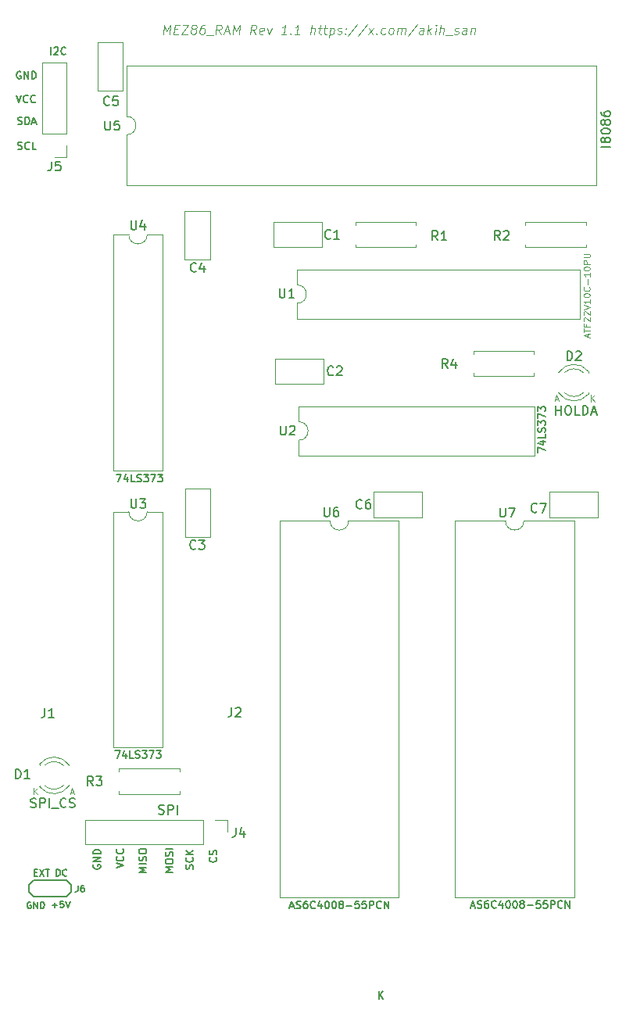
<source format=gto>
%TF.GenerationSoftware,KiCad,Pcbnew,9.0.3*%
%TF.CreationDate,2025-07-12T16:14:16+09:00*%
%TF.ProjectId,R1.1,52312e31-2e6b-4696-9361-645f70636258,1.1*%
%TF.SameCoordinates,PX747b114PY92635dc*%
%TF.FileFunction,Legend,Top*%
%TF.FilePolarity,Positive*%
%FSLAX46Y46*%
G04 Gerber Fmt 4.6, Leading zero omitted, Abs format (unit mm)*
G04 Created by KiCad (PCBNEW 9.0.3) date 2025-07-12 16:14:16*
%MOMM*%
%LPD*%
G01*
G04 APERTURE LIST*
%ADD10C,0.150000*%
%ADD11C,0.100000*%
%ADD12C,0.140000*%
%ADD13C,0.160000*%
%ADD14C,0.200000*%
%ADD15C,0.125000*%
%ADD16C,0.120000*%
G04 APERTURE END LIST*
D10*
X18574295Y6289161D02*
X17774295Y6289161D01*
X17774295Y6289161D02*
X18345723Y6555827D01*
X18345723Y6555827D02*
X17774295Y6822494D01*
X17774295Y6822494D02*
X18574295Y6822494D01*
X17774295Y7355828D02*
X17774295Y7508209D01*
X17774295Y7508209D02*
X17812390Y7584399D01*
X17812390Y7584399D02*
X17888580Y7660590D01*
X17888580Y7660590D02*
X18040961Y7698685D01*
X18040961Y7698685D02*
X18307628Y7698685D01*
X18307628Y7698685D02*
X18460009Y7660590D01*
X18460009Y7660590D02*
X18536200Y7584399D01*
X18536200Y7584399D02*
X18574295Y7508209D01*
X18574295Y7508209D02*
X18574295Y7355828D01*
X18574295Y7355828D02*
X18536200Y7279637D01*
X18536200Y7279637D02*
X18460009Y7203447D01*
X18460009Y7203447D02*
X18307628Y7165351D01*
X18307628Y7165351D02*
X18040961Y7165351D01*
X18040961Y7165351D02*
X17888580Y7203447D01*
X17888580Y7203447D02*
X17812390Y7279637D01*
X17812390Y7279637D02*
X17774295Y7355828D01*
X18536200Y8003446D02*
X18574295Y8117732D01*
X18574295Y8117732D02*
X18574295Y8308208D01*
X18574295Y8308208D02*
X18536200Y8384399D01*
X18536200Y8384399D02*
X18498104Y8422494D01*
X18498104Y8422494D02*
X18421914Y8460589D01*
X18421914Y8460589D02*
X18345723Y8460589D01*
X18345723Y8460589D02*
X18269533Y8422494D01*
X18269533Y8422494D02*
X18231438Y8384399D01*
X18231438Y8384399D02*
X18193342Y8308208D01*
X18193342Y8308208D02*
X18155247Y8155827D01*
X18155247Y8155827D02*
X18117152Y8079637D01*
X18117152Y8079637D02*
X18079057Y8041542D01*
X18079057Y8041542D02*
X18002866Y8003446D01*
X18002866Y8003446D02*
X17926676Y8003446D01*
X17926676Y8003446D02*
X17850485Y8041542D01*
X17850485Y8041542D02*
X17812390Y8079637D01*
X17812390Y8079637D02*
X17774295Y8155827D01*
X17774295Y8155827D02*
X17774295Y8346304D01*
X17774295Y8346304D02*
X17812390Y8460589D01*
X18574295Y8803447D02*
X17774295Y8803447D01*
X9992390Y7068208D02*
X9954295Y6992018D01*
X9954295Y6992018D02*
X9954295Y6877732D01*
X9954295Y6877732D02*
X9992390Y6763446D01*
X9992390Y6763446D02*
X10068580Y6687256D01*
X10068580Y6687256D02*
X10144771Y6649161D01*
X10144771Y6649161D02*
X10297152Y6611065D01*
X10297152Y6611065D02*
X10411438Y6611065D01*
X10411438Y6611065D02*
X10563819Y6649161D01*
X10563819Y6649161D02*
X10640009Y6687256D01*
X10640009Y6687256D02*
X10716200Y6763446D01*
X10716200Y6763446D02*
X10754295Y6877732D01*
X10754295Y6877732D02*
X10754295Y6953923D01*
X10754295Y6953923D02*
X10716200Y7068208D01*
X10716200Y7068208D02*
X10678104Y7106304D01*
X10678104Y7106304D02*
X10411438Y7106304D01*
X10411438Y7106304D02*
X10411438Y6953923D01*
X10754295Y7449161D02*
X9954295Y7449161D01*
X9954295Y7449161D02*
X10754295Y7906304D01*
X10754295Y7906304D02*
X9954295Y7906304D01*
X10754295Y8287256D02*
X9954295Y8287256D01*
X9954295Y8287256D02*
X9954295Y8477732D01*
X9954295Y8477732D02*
X9992390Y8592018D01*
X9992390Y8592018D02*
X10068580Y8668208D01*
X10068580Y8668208D02*
X10144771Y8706303D01*
X10144771Y8706303D02*
X10297152Y8744399D01*
X10297152Y8744399D02*
X10411438Y8744399D01*
X10411438Y8744399D02*
X10563819Y8706303D01*
X10563819Y8706303D02*
X10640009Y8668208D01*
X10640009Y8668208D02*
X10716200Y8592018D01*
X10716200Y8592018D02*
X10754295Y8477732D01*
X10754295Y8477732D02*
X10754295Y8287256D01*
X23258104Y7866304D02*
X23296200Y7828208D01*
X23296200Y7828208D02*
X23334295Y7713923D01*
X23334295Y7713923D02*
X23334295Y7637732D01*
X23334295Y7637732D02*
X23296200Y7523446D01*
X23296200Y7523446D02*
X23220009Y7447256D01*
X23220009Y7447256D02*
X23143819Y7409161D01*
X23143819Y7409161D02*
X22991438Y7371065D01*
X22991438Y7371065D02*
X22877152Y7371065D01*
X22877152Y7371065D02*
X22724771Y7409161D01*
X22724771Y7409161D02*
X22648580Y7447256D01*
X22648580Y7447256D02*
X22572390Y7523446D01*
X22572390Y7523446D02*
X22534295Y7637732D01*
X22534295Y7637732D02*
X22534295Y7713923D01*
X22534295Y7713923D02*
X22572390Y7828208D01*
X22572390Y7828208D02*
X22610485Y7866304D01*
X23296200Y8171065D02*
X23334295Y8285351D01*
X23334295Y8285351D02*
X23334295Y8475827D01*
X23334295Y8475827D02*
X23296200Y8552018D01*
X23296200Y8552018D02*
X23258104Y8590113D01*
X23258104Y8590113D02*
X23181914Y8628208D01*
X23181914Y8628208D02*
X23105723Y8628208D01*
X23105723Y8628208D02*
X23029533Y8590113D01*
X23029533Y8590113D02*
X22991438Y8552018D01*
X22991438Y8552018D02*
X22953342Y8475827D01*
X22953342Y8475827D02*
X22915247Y8323446D01*
X22915247Y8323446D02*
X22877152Y8247256D01*
X22877152Y8247256D02*
X22839057Y8209161D01*
X22839057Y8209161D02*
X22762866Y8171065D01*
X22762866Y8171065D02*
X22686676Y8171065D01*
X22686676Y8171065D02*
X22610485Y8209161D01*
X22610485Y8209161D02*
X22572390Y8247256D01*
X22572390Y8247256D02*
X22534295Y8323446D01*
X22534295Y8323446D02*
X22534295Y8513923D01*
X22534295Y8513923D02*
X22572390Y8628208D01*
X20736200Y6611065D02*
X20774295Y6725351D01*
X20774295Y6725351D02*
X20774295Y6915827D01*
X20774295Y6915827D02*
X20736200Y6992018D01*
X20736200Y6992018D02*
X20698104Y7030113D01*
X20698104Y7030113D02*
X20621914Y7068208D01*
X20621914Y7068208D02*
X20545723Y7068208D01*
X20545723Y7068208D02*
X20469533Y7030113D01*
X20469533Y7030113D02*
X20431438Y6992018D01*
X20431438Y6992018D02*
X20393342Y6915827D01*
X20393342Y6915827D02*
X20355247Y6763446D01*
X20355247Y6763446D02*
X20317152Y6687256D01*
X20317152Y6687256D02*
X20279057Y6649161D01*
X20279057Y6649161D02*
X20202866Y6611065D01*
X20202866Y6611065D02*
X20126676Y6611065D01*
X20126676Y6611065D02*
X20050485Y6649161D01*
X20050485Y6649161D02*
X20012390Y6687256D01*
X20012390Y6687256D02*
X19974295Y6763446D01*
X19974295Y6763446D02*
X19974295Y6953923D01*
X19974295Y6953923D02*
X20012390Y7068208D01*
X20698104Y7868209D02*
X20736200Y7830113D01*
X20736200Y7830113D02*
X20774295Y7715828D01*
X20774295Y7715828D02*
X20774295Y7639637D01*
X20774295Y7639637D02*
X20736200Y7525351D01*
X20736200Y7525351D02*
X20660009Y7449161D01*
X20660009Y7449161D02*
X20583819Y7411066D01*
X20583819Y7411066D02*
X20431438Y7372970D01*
X20431438Y7372970D02*
X20317152Y7372970D01*
X20317152Y7372970D02*
X20164771Y7411066D01*
X20164771Y7411066D02*
X20088580Y7449161D01*
X20088580Y7449161D02*
X20012390Y7525351D01*
X20012390Y7525351D02*
X19974295Y7639637D01*
X19974295Y7639637D02*
X19974295Y7715828D01*
X19974295Y7715828D02*
X20012390Y7830113D01*
X20012390Y7830113D02*
X20050485Y7868209D01*
X20774295Y8211066D02*
X19974295Y8211066D01*
X20774295Y8668209D02*
X20317152Y8325351D01*
X19974295Y8668209D02*
X20431438Y8211066D01*
X15734295Y6269161D02*
X14934295Y6269161D01*
X14934295Y6269161D02*
X15505723Y6535827D01*
X15505723Y6535827D02*
X14934295Y6802494D01*
X14934295Y6802494D02*
X15734295Y6802494D01*
X15734295Y7183447D02*
X14934295Y7183447D01*
X15696200Y7526303D02*
X15734295Y7640589D01*
X15734295Y7640589D02*
X15734295Y7831065D01*
X15734295Y7831065D02*
X15696200Y7907256D01*
X15696200Y7907256D02*
X15658104Y7945351D01*
X15658104Y7945351D02*
X15581914Y7983446D01*
X15581914Y7983446D02*
X15505723Y7983446D01*
X15505723Y7983446D02*
X15429533Y7945351D01*
X15429533Y7945351D02*
X15391438Y7907256D01*
X15391438Y7907256D02*
X15353342Y7831065D01*
X15353342Y7831065D02*
X15315247Y7678684D01*
X15315247Y7678684D02*
X15277152Y7602494D01*
X15277152Y7602494D02*
X15239057Y7564399D01*
X15239057Y7564399D02*
X15162866Y7526303D01*
X15162866Y7526303D02*
X15086676Y7526303D01*
X15086676Y7526303D02*
X15010485Y7564399D01*
X15010485Y7564399D02*
X14972390Y7602494D01*
X14972390Y7602494D02*
X14934295Y7678684D01*
X14934295Y7678684D02*
X14934295Y7869161D01*
X14934295Y7869161D02*
X14972390Y7983446D01*
X14934295Y8478685D02*
X14934295Y8631066D01*
X14934295Y8631066D02*
X14972390Y8707256D01*
X14972390Y8707256D02*
X15048580Y8783447D01*
X15048580Y8783447D02*
X15200961Y8821542D01*
X15200961Y8821542D02*
X15467628Y8821542D01*
X15467628Y8821542D02*
X15620009Y8783447D01*
X15620009Y8783447D02*
X15696200Y8707256D01*
X15696200Y8707256D02*
X15734295Y8631066D01*
X15734295Y8631066D02*
X15734295Y8478685D01*
X15734295Y8478685D02*
X15696200Y8402494D01*
X15696200Y8402494D02*
X15620009Y8326304D01*
X15620009Y8326304D02*
X15467628Y8288208D01*
X15467628Y8288208D02*
X15200961Y8288208D01*
X15200961Y8288208D02*
X15048580Y8326304D01*
X15048580Y8326304D02*
X14972390Y8402494D01*
X14972390Y8402494D02*
X14934295Y8478685D01*
X17069160Y12607800D02*
X17212017Y12560181D01*
X17212017Y12560181D02*
X17450112Y12560181D01*
X17450112Y12560181D02*
X17545350Y12607800D01*
X17545350Y12607800D02*
X17592969Y12655420D01*
X17592969Y12655420D02*
X17640588Y12750658D01*
X17640588Y12750658D02*
X17640588Y12845896D01*
X17640588Y12845896D02*
X17592969Y12941134D01*
X17592969Y12941134D02*
X17545350Y12988753D01*
X17545350Y12988753D02*
X17450112Y13036372D01*
X17450112Y13036372D02*
X17259636Y13083991D01*
X17259636Y13083991D02*
X17164398Y13131610D01*
X17164398Y13131610D02*
X17116779Y13179229D01*
X17116779Y13179229D02*
X17069160Y13274467D01*
X17069160Y13274467D02*
X17069160Y13369705D01*
X17069160Y13369705D02*
X17116779Y13464943D01*
X17116779Y13464943D02*
X17164398Y13512562D01*
X17164398Y13512562D02*
X17259636Y13560181D01*
X17259636Y13560181D02*
X17497731Y13560181D01*
X17497731Y13560181D02*
X17640588Y13512562D01*
X18069160Y12560181D02*
X18069160Y13560181D01*
X18069160Y13560181D02*
X18450112Y13560181D01*
X18450112Y13560181D02*
X18545350Y13512562D01*
X18545350Y13512562D02*
X18592969Y13464943D01*
X18592969Y13464943D02*
X18640588Y13369705D01*
X18640588Y13369705D02*
X18640588Y13226848D01*
X18640588Y13226848D02*
X18592969Y13131610D01*
X18592969Y13131610D02*
X18545350Y13083991D01*
X18545350Y13083991D02*
X18450112Y13036372D01*
X18450112Y13036372D02*
X18069160Y13036372D01*
X19069160Y12560181D02*
X19069160Y13560181D01*
X12444295Y6724875D02*
X13244295Y6991542D01*
X13244295Y6991542D02*
X12444295Y7258208D01*
X13168104Y7982018D02*
X13206200Y7943922D01*
X13206200Y7943922D02*
X13244295Y7829637D01*
X13244295Y7829637D02*
X13244295Y7753446D01*
X13244295Y7753446D02*
X13206200Y7639160D01*
X13206200Y7639160D02*
X13130009Y7562970D01*
X13130009Y7562970D02*
X13053819Y7524875D01*
X13053819Y7524875D02*
X12901438Y7486779D01*
X12901438Y7486779D02*
X12787152Y7486779D01*
X12787152Y7486779D02*
X12634771Y7524875D01*
X12634771Y7524875D02*
X12558580Y7562970D01*
X12558580Y7562970D02*
X12482390Y7639160D01*
X12482390Y7639160D02*
X12444295Y7753446D01*
X12444295Y7753446D02*
X12444295Y7829637D01*
X12444295Y7829637D02*
X12482390Y7943922D01*
X12482390Y7943922D02*
X12520485Y7982018D01*
X13168104Y8782018D02*
X13206200Y8743922D01*
X13206200Y8743922D02*
X13244295Y8629637D01*
X13244295Y8629637D02*
X13244295Y8553446D01*
X13244295Y8553446D02*
X13206200Y8439160D01*
X13206200Y8439160D02*
X13130009Y8362970D01*
X13130009Y8362970D02*
X13053819Y8324875D01*
X13053819Y8324875D02*
X12901438Y8286779D01*
X12901438Y8286779D02*
X12787152Y8286779D01*
X12787152Y8286779D02*
X12634771Y8324875D01*
X12634771Y8324875D02*
X12558580Y8362970D01*
X12558580Y8362970D02*
X12482390Y8439160D01*
X12482390Y8439160D02*
X12444295Y8553446D01*
X12444295Y8553446D02*
X12444295Y8629637D01*
X12444295Y8629637D02*
X12482390Y8743922D01*
X12482390Y8743922D02*
X12520485Y8782018D01*
D11*
X63882455Y57250867D02*
X63882455Y57950867D01*
X64282455Y57250867D02*
X63982455Y57650867D01*
X64282455Y57950867D02*
X63882455Y57550867D01*
D12*
X3608771Y6239614D02*
X3842105Y6239614D01*
X3942105Y5872947D02*
X3608771Y5872947D01*
X3608771Y5872947D02*
X3608771Y6572947D01*
X3608771Y6572947D02*
X3942105Y6572947D01*
X4175438Y6572947D02*
X4642104Y5872947D01*
X4642104Y6572947D02*
X4175438Y5872947D01*
X4808771Y6572947D02*
X5208771Y6572947D01*
X5008771Y5872947D02*
X5008771Y6572947D01*
X5975437Y5872947D02*
X5975437Y6572947D01*
X5975437Y6572947D02*
X6142104Y6572947D01*
X6142104Y6572947D02*
X6242104Y6539614D01*
X6242104Y6539614D02*
X6308771Y6472947D01*
X6308771Y6472947D02*
X6342104Y6406280D01*
X6342104Y6406280D02*
X6375437Y6272947D01*
X6375437Y6272947D02*
X6375437Y6172947D01*
X6375437Y6172947D02*
X6342104Y6039614D01*
X6342104Y6039614D02*
X6308771Y5972947D01*
X6308771Y5972947D02*
X6242104Y5906280D01*
X6242104Y5906280D02*
X6142104Y5872947D01*
X6142104Y5872947D02*
X5975437Y5872947D01*
X7075437Y5939614D02*
X7042104Y5906280D01*
X7042104Y5906280D02*
X6942104Y5872947D01*
X6942104Y5872947D02*
X6875437Y5872947D01*
X6875437Y5872947D02*
X6775437Y5906280D01*
X6775437Y5906280D02*
X6708771Y5972947D01*
X6708771Y5972947D02*
X6675437Y6039614D01*
X6675437Y6039614D02*
X6642104Y6172947D01*
X6642104Y6172947D02*
X6642104Y6272947D01*
X6642104Y6272947D02*
X6675437Y6406280D01*
X6675437Y6406280D02*
X6708771Y6472947D01*
X6708771Y6472947D02*
X6775437Y6539614D01*
X6775437Y6539614D02*
X6875437Y6572947D01*
X6875437Y6572947D02*
X6942104Y6572947D01*
X6942104Y6572947D02*
X7042104Y6539614D01*
X7042104Y6539614D02*
X7075437Y6506280D01*
D13*
X31287643Y2574797D02*
X31668596Y2574797D01*
X31211453Y2346225D02*
X31478120Y3146225D01*
X31478120Y3146225D02*
X31744786Y2346225D01*
X31973357Y2384320D02*
X32087643Y2346225D01*
X32087643Y2346225D02*
X32278119Y2346225D01*
X32278119Y2346225D02*
X32354310Y2384320D01*
X32354310Y2384320D02*
X32392405Y2422416D01*
X32392405Y2422416D02*
X32430500Y2498606D01*
X32430500Y2498606D02*
X32430500Y2574797D01*
X32430500Y2574797D02*
X32392405Y2650987D01*
X32392405Y2650987D02*
X32354310Y2689082D01*
X32354310Y2689082D02*
X32278119Y2727178D01*
X32278119Y2727178D02*
X32125738Y2765273D01*
X32125738Y2765273D02*
X32049548Y2803368D01*
X32049548Y2803368D02*
X32011453Y2841463D01*
X32011453Y2841463D02*
X31973357Y2917654D01*
X31973357Y2917654D02*
X31973357Y2993844D01*
X31973357Y2993844D02*
X32011453Y3070035D01*
X32011453Y3070035D02*
X32049548Y3108130D01*
X32049548Y3108130D02*
X32125738Y3146225D01*
X32125738Y3146225D02*
X32316215Y3146225D01*
X32316215Y3146225D02*
X32430500Y3108130D01*
X33116215Y3146225D02*
X32963834Y3146225D01*
X32963834Y3146225D02*
X32887643Y3108130D01*
X32887643Y3108130D02*
X32849548Y3070035D01*
X32849548Y3070035D02*
X32773358Y2955749D01*
X32773358Y2955749D02*
X32735262Y2803368D01*
X32735262Y2803368D02*
X32735262Y2498606D01*
X32735262Y2498606D02*
X32773358Y2422416D01*
X32773358Y2422416D02*
X32811453Y2384320D01*
X32811453Y2384320D02*
X32887643Y2346225D01*
X32887643Y2346225D02*
X33040024Y2346225D01*
X33040024Y2346225D02*
X33116215Y2384320D01*
X33116215Y2384320D02*
X33154310Y2422416D01*
X33154310Y2422416D02*
X33192405Y2498606D01*
X33192405Y2498606D02*
X33192405Y2689082D01*
X33192405Y2689082D02*
X33154310Y2765273D01*
X33154310Y2765273D02*
X33116215Y2803368D01*
X33116215Y2803368D02*
X33040024Y2841463D01*
X33040024Y2841463D02*
X32887643Y2841463D01*
X32887643Y2841463D02*
X32811453Y2803368D01*
X32811453Y2803368D02*
X32773358Y2765273D01*
X32773358Y2765273D02*
X32735262Y2689082D01*
X33992406Y2422416D02*
X33954310Y2384320D01*
X33954310Y2384320D02*
X33840025Y2346225D01*
X33840025Y2346225D02*
X33763834Y2346225D01*
X33763834Y2346225D02*
X33649548Y2384320D01*
X33649548Y2384320D02*
X33573358Y2460511D01*
X33573358Y2460511D02*
X33535263Y2536701D01*
X33535263Y2536701D02*
X33497167Y2689082D01*
X33497167Y2689082D02*
X33497167Y2803368D01*
X33497167Y2803368D02*
X33535263Y2955749D01*
X33535263Y2955749D02*
X33573358Y3031940D01*
X33573358Y3031940D02*
X33649548Y3108130D01*
X33649548Y3108130D02*
X33763834Y3146225D01*
X33763834Y3146225D02*
X33840025Y3146225D01*
X33840025Y3146225D02*
X33954310Y3108130D01*
X33954310Y3108130D02*
X33992406Y3070035D01*
X34678120Y2879559D02*
X34678120Y2346225D01*
X34487644Y3184320D02*
X34297167Y2612892D01*
X34297167Y2612892D02*
X34792406Y2612892D01*
X35249549Y3146225D02*
X35325739Y3146225D01*
X35325739Y3146225D02*
X35401930Y3108130D01*
X35401930Y3108130D02*
X35440025Y3070035D01*
X35440025Y3070035D02*
X35478120Y2993844D01*
X35478120Y2993844D02*
X35516215Y2841463D01*
X35516215Y2841463D02*
X35516215Y2650987D01*
X35516215Y2650987D02*
X35478120Y2498606D01*
X35478120Y2498606D02*
X35440025Y2422416D01*
X35440025Y2422416D02*
X35401930Y2384320D01*
X35401930Y2384320D02*
X35325739Y2346225D01*
X35325739Y2346225D02*
X35249549Y2346225D01*
X35249549Y2346225D02*
X35173358Y2384320D01*
X35173358Y2384320D02*
X35135263Y2422416D01*
X35135263Y2422416D02*
X35097168Y2498606D01*
X35097168Y2498606D02*
X35059072Y2650987D01*
X35059072Y2650987D02*
X35059072Y2841463D01*
X35059072Y2841463D02*
X35097168Y2993844D01*
X35097168Y2993844D02*
X35135263Y3070035D01*
X35135263Y3070035D02*
X35173358Y3108130D01*
X35173358Y3108130D02*
X35249549Y3146225D01*
X36011454Y3146225D02*
X36087644Y3146225D01*
X36087644Y3146225D02*
X36163835Y3108130D01*
X36163835Y3108130D02*
X36201930Y3070035D01*
X36201930Y3070035D02*
X36240025Y2993844D01*
X36240025Y2993844D02*
X36278120Y2841463D01*
X36278120Y2841463D02*
X36278120Y2650987D01*
X36278120Y2650987D02*
X36240025Y2498606D01*
X36240025Y2498606D02*
X36201930Y2422416D01*
X36201930Y2422416D02*
X36163835Y2384320D01*
X36163835Y2384320D02*
X36087644Y2346225D01*
X36087644Y2346225D02*
X36011454Y2346225D01*
X36011454Y2346225D02*
X35935263Y2384320D01*
X35935263Y2384320D02*
X35897168Y2422416D01*
X35897168Y2422416D02*
X35859073Y2498606D01*
X35859073Y2498606D02*
X35820977Y2650987D01*
X35820977Y2650987D02*
X35820977Y2841463D01*
X35820977Y2841463D02*
X35859073Y2993844D01*
X35859073Y2993844D02*
X35897168Y3070035D01*
X35897168Y3070035D02*
X35935263Y3108130D01*
X35935263Y3108130D02*
X36011454Y3146225D01*
X36735263Y2803368D02*
X36659073Y2841463D01*
X36659073Y2841463D02*
X36620978Y2879559D01*
X36620978Y2879559D02*
X36582882Y2955749D01*
X36582882Y2955749D02*
X36582882Y2993844D01*
X36582882Y2993844D02*
X36620978Y3070035D01*
X36620978Y3070035D02*
X36659073Y3108130D01*
X36659073Y3108130D02*
X36735263Y3146225D01*
X36735263Y3146225D02*
X36887644Y3146225D01*
X36887644Y3146225D02*
X36963835Y3108130D01*
X36963835Y3108130D02*
X37001930Y3070035D01*
X37001930Y3070035D02*
X37040025Y2993844D01*
X37040025Y2993844D02*
X37040025Y2955749D01*
X37040025Y2955749D02*
X37001930Y2879559D01*
X37001930Y2879559D02*
X36963835Y2841463D01*
X36963835Y2841463D02*
X36887644Y2803368D01*
X36887644Y2803368D02*
X36735263Y2803368D01*
X36735263Y2803368D02*
X36659073Y2765273D01*
X36659073Y2765273D02*
X36620978Y2727178D01*
X36620978Y2727178D02*
X36582882Y2650987D01*
X36582882Y2650987D02*
X36582882Y2498606D01*
X36582882Y2498606D02*
X36620978Y2422416D01*
X36620978Y2422416D02*
X36659073Y2384320D01*
X36659073Y2384320D02*
X36735263Y2346225D01*
X36735263Y2346225D02*
X36887644Y2346225D01*
X36887644Y2346225D02*
X36963835Y2384320D01*
X36963835Y2384320D02*
X37001930Y2422416D01*
X37001930Y2422416D02*
X37040025Y2498606D01*
X37040025Y2498606D02*
X37040025Y2650987D01*
X37040025Y2650987D02*
X37001930Y2727178D01*
X37001930Y2727178D02*
X36963835Y2765273D01*
X36963835Y2765273D02*
X36887644Y2803368D01*
X37382883Y2650987D02*
X37992407Y2650987D01*
X38754311Y3146225D02*
X38373359Y3146225D01*
X38373359Y3146225D02*
X38335263Y2765273D01*
X38335263Y2765273D02*
X38373359Y2803368D01*
X38373359Y2803368D02*
X38449549Y2841463D01*
X38449549Y2841463D02*
X38640025Y2841463D01*
X38640025Y2841463D02*
X38716216Y2803368D01*
X38716216Y2803368D02*
X38754311Y2765273D01*
X38754311Y2765273D02*
X38792406Y2689082D01*
X38792406Y2689082D02*
X38792406Y2498606D01*
X38792406Y2498606D02*
X38754311Y2422416D01*
X38754311Y2422416D02*
X38716216Y2384320D01*
X38716216Y2384320D02*
X38640025Y2346225D01*
X38640025Y2346225D02*
X38449549Y2346225D01*
X38449549Y2346225D02*
X38373359Y2384320D01*
X38373359Y2384320D02*
X38335263Y2422416D01*
X39516216Y3146225D02*
X39135264Y3146225D01*
X39135264Y3146225D02*
X39097168Y2765273D01*
X39097168Y2765273D02*
X39135264Y2803368D01*
X39135264Y2803368D02*
X39211454Y2841463D01*
X39211454Y2841463D02*
X39401930Y2841463D01*
X39401930Y2841463D02*
X39478121Y2803368D01*
X39478121Y2803368D02*
X39516216Y2765273D01*
X39516216Y2765273D02*
X39554311Y2689082D01*
X39554311Y2689082D02*
X39554311Y2498606D01*
X39554311Y2498606D02*
X39516216Y2422416D01*
X39516216Y2422416D02*
X39478121Y2384320D01*
X39478121Y2384320D02*
X39401930Y2346225D01*
X39401930Y2346225D02*
X39211454Y2346225D01*
X39211454Y2346225D02*
X39135264Y2384320D01*
X39135264Y2384320D02*
X39097168Y2422416D01*
X39897169Y2346225D02*
X39897169Y3146225D01*
X39897169Y3146225D02*
X40201931Y3146225D01*
X40201931Y3146225D02*
X40278121Y3108130D01*
X40278121Y3108130D02*
X40316216Y3070035D01*
X40316216Y3070035D02*
X40354312Y2993844D01*
X40354312Y2993844D02*
X40354312Y2879559D01*
X40354312Y2879559D02*
X40316216Y2803368D01*
X40316216Y2803368D02*
X40278121Y2765273D01*
X40278121Y2765273D02*
X40201931Y2727178D01*
X40201931Y2727178D02*
X39897169Y2727178D01*
X41154312Y2422416D02*
X41116216Y2384320D01*
X41116216Y2384320D02*
X41001931Y2346225D01*
X41001931Y2346225D02*
X40925740Y2346225D01*
X40925740Y2346225D02*
X40811454Y2384320D01*
X40811454Y2384320D02*
X40735264Y2460511D01*
X40735264Y2460511D02*
X40697169Y2536701D01*
X40697169Y2536701D02*
X40659073Y2689082D01*
X40659073Y2689082D02*
X40659073Y2803368D01*
X40659073Y2803368D02*
X40697169Y2955749D01*
X40697169Y2955749D02*
X40735264Y3031940D01*
X40735264Y3031940D02*
X40811454Y3108130D01*
X40811454Y3108130D02*
X40925740Y3146225D01*
X40925740Y3146225D02*
X41001931Y3146225D01*
X41001931Y3146225D02*
X41116216Y3108130D01*
X41116216Y3108130D02*
X41154312Y3070035D01*
X41497169Y2346225D02*
X41497169Y3146225D01*
X41497169Y3146225D02*
X41954312Y2346225D01*
X41954312Y2346225D02*
X41954312Y3146225D01*
X12329548Y19426225D02*
X12862882Y19426225D01*
X12862882Y19426225D02*
X12520024Y18626225D01*
X13510501Y19159559D02*
X13510501Y18626225D01*
X13320025Y19464320D02*
X13129548Y18892892D01*
X13129548Y18892892D02*
X13624787Y18892892D01*
X14310501Y18626225D02*
X13929549Y18626225D01*
X13929549Y18626225D02*
X13929549Y19426225D01*
X14539072Y18664320D02*
X14653358Y18626225D01*
X14653358Y18626225D02*
X14843834Y18626225D01*
X14843834Y18626225D02*
X14920025Y18664320D01*
X14920025Y18664320D02*
X14958120Y18702416D01*
X14958120Y18702416D02*
X14996215Y18778606D01*
X14996215Y18778606D02*
X14996215Y18854797D01*
X14996215Y18854797D02*
X14958120Y18930987D01*
X14958120Y18930987D02*
X14920025Y18969082D01*
X14920025Y18969082D02*
X14843834Y19007178D01*
X14843834Y19007178D02*
X14691453Y19045273D01*
X14691453Y19045273D02*
X14615263Y19083368D01*
X14615263Y19083368D02*
X14577168Y19121463D01*
X14577168Y19121463D02*
X14539072Y19197654D01*
X14539072Y19197654D02*
X14539072Y19273844D01*
X14539072Y19273844D02*
X14577168Y19350035D01*
X14577168Y19350035D02*
X14615263Y19388130D01*
X14615263Y19388130D02*
X14691453Y19426225D01*
X14691453Y19426225D02*
X14881930Y19426225D01*
X14881930Y19426225D02*
X14996215Y19388130D01*
X15262882Y19426225D02*
X15758120Y19426225D01*
X15758120Y19426225D02*
X15491454Y19121463D01*
X15491454Y19121463D02*
X15605739Y19121463D01*
X15605739Y19121463D02*
X15681930Y19083368D01*
X15681930Y19083368D02*
X15720025Y19045273D01*
X15720025Y19045273D02*
X15758120Y18969082D01*
X15758120Y18969082D02*
X15758120Y18778606D01*
X15758120Y18778606D02*
X15720025Y18702416D01*
X15720025Y18702416D02*
X15681930Y18664320D01*
X15681930Y18664320D02*
X15605739Y18626225D01*
X15605739Y18626225D02*
X15377168Y18626225D01*
X15377168Y18626225D02*
X15300977Y18664320D01*
X15300977Y18664320D02*
X15262882Y18702416D01*
X16024787Y19426225D02*
X16558121Y19426225D01*
X16558121Y19426225D02*
X16215263Y18626225D01*
X16786692Y19426225D02*
X17281930Y19426225D01*
X17281930Y19426225D02*
X17015264Y19121463D01*
X17015264Y19121463D02*
X17129549Y19121463D01*
X17129549Y19121463D02*
X17205740Y19083368D01*
X17205740Y19083368D02*
X17243835Y19045273D01*
X17243835Y19045273D02*
X17281930Y18969082D01*
X17281930Y18969082D02*
X17281930Y18778606D01*
X17281930Y18778606D02*
X17243835Y18702416D01*
X17243835Y18702416D02*
X17205740Y18664320D01*
X17205740Y18664320D02*
X17129549Y18626225D01*
X17129549Y18626225D02*
X16900978Y18626225D01*
X16900978Y18626225D02*
X16824787Y18664320D01*
X16824787Y18664320D02*
X16786692Y18702416D01*
X12489548Y49366225D02*
X13022882Y49366225D01*
X13022882Y49366225D02*
X12680024Y48566225D01*
X13670501Y49099559D02*
X13670501Y48566225D01*
X13480025Y49404320D02*
X13289548Y48832892D01*
X13289548Y48832892D02*
X13784787Y48832892D01*
X14470501Y48566225D02*
X14089549Y48566225D01*
X14089549Y48566225D02*
X14089549Y49366225D01*
X14699072Y48604320D02*
X14813358Y48566225D01*
X14813358Y48566225D02*
X15003834Y48566225D01*
X15003834Y48566225D02*
X15080025Y48604320D01*
X15080025Y48604320D02*
X15118120Y48642416D01*
X15118120Y48642416D02*
X15156215Y48718606D01*
X15156215Y48718606D02*
X15156215Y48794797D01*
X15156215Y48794797D02*
X15118120Y48870987D01*
X15118120Y48870987D02*
X15080025Y48909082D01*
X15080025Y48909082D02*
X15003834Y48947178D01*
X15003834Y48947178D02*
X14851453Y48985273D01*
X14851453Y48985273D02*
X14775263Y49023368D01*
X14775263Y49023368D02*
X14737168Y49061463D01*
X14737168Y49061463D02*
X14699072Y49137654D01*
X14699072Y49137654D02*
X14699072Y49213844D01*
X14699072Y49213844D02*
X14737168Y49290035D01*
X14737168Y49290035D02*
X14775263Y49328130D01*
X14775263Y49328130D02*
X14851453Y49366225D01*
X14851453Y49366225D02*
X15041930Y49366225D01*
X15041930Y49366225D02*
X15156215Y49328130D01*
X15422882Y49366225D02*
X15918120Y49366225D01*
X15918120Y49366225D02*
X15651454Y49061463D01*
X15651454Y49061463D02*
X15765739Y49061463D01*
X15765739Y49061463D02*
X15841930Y49023368D01*
X15841930Y49023368D02*
X15880025Y48985273D01*
X15880025Y48985273D02*
X15918120Y48909082D01*
X15918120Y48909082D02*
X15918120Y48718606D01*
X15918120Y48718606D02*
X15880025Y48642416D01*
X15880025Y48642416D02*
X15841930Y48604320D01*
X15841930Y48604320D02*
X15765739Y48566225D01*
X15765739Y48566225D02*
X15537168Y48566225D01*
X15537168Y48566225D02*
X15460977Y48604320D01*
X15460977Y48604320D02*
X15422882Y48642416D01*
X16184787Y49366225D02*
X16718121Y49366225D01*
X16718121Y49366225D02*
X16375263Y48566225D01*
X16946692Y49366225D02*
X17441930Y49366225D01*
X17441930Y49366225D02*
X17175264Y49061463D01*
X17175264Y49061463D02*
X17289549Y49061463D01*
X17289549Y49061463D02*
X17365740Y49023368D01*
X17365740Y49023368D02*
X17403835Y48985273D01*
X17403835Y48985273D02*
X17441930Y48909082D01*
X17441930Y48909082D02*
X17441930Y48718606D01*
X17441930Y48718606D02*
X17403835Y48642416D01*
X17403835Y48642416D02*
X17365740Y48604320D01*
X17365740Y48604320D02*
X17289549Y48566225D01*
X17289549Y48566225D02*
X17060978Y48566225D01*
X17060978Y48566225D02*
X16984787Y48604320D01*
X16984787Y48604320D02*
X16946692Y48642416D01*
X1807643Y84614320D02*
X1921929Y84576225D01*
X1921929Y84576225D02*
X2112405Y84576225D01*
X2112405Y84576225D02*
X2188596Y84614320D01*
X2188596Y84614320D02*
X2226691Y84652416D01*
X2226691Y84652416D02*
X2264786Y84728606D01*
X2264786Y84728606D02*
X2264786Y84804797D01*
X2264786Y84804797D02*
X2226691Y84880987D01*
X2226691Y84880987D02*
X2188596Y84919082D01*
X2188596Y84919082D02*
X2112405Y84957178D01*
X2112405Y84957178D02*
X1960024Y84995273D01*
X1960024Y84995273D02*
X1883834Y85033368D01*
X1883834Y85033368D02*
X1845739Y85071463D01*
X1845739Y85071463D02*
X1807643Y85147654D01*
X1807643Y85147654D02*
X1807643Y85223844D01*
X1807643Y85223844D02*
X1845739Y85300035D01*
X1845739Y85300035D02*
X1883834Y85338130D01*
X1883834Y85338130D02*
X1960024Y85376225D01*
X1960024Y85376225D02*
X2150501Y85376225D01*
X2150501Y85376225D02*
X2264786Y85338130D01*
X3064787Y84652416D02*
X3026691Y84614320D01*
X3026691Y84614320D02*
X2912406Y84576225D01*
X2912406Y84576225D02*
X2836215Y84576225D01*
X2836215Y84576225D02*
X2721929Y84614320D01*
X2721929Y84614320D02*
X2645739Y84690511D01*
X2645739Y84690511D02*
X2607644Y84766701D01*
X2607644Y84766701D02*
X2569548Y84919082D01*
X2569548Y84919082D02*
X2569548Y85033368D01*
X2569548Y85033368D02*
X2607644Y85185749D01*
X2607644Y85185749D02*
X2645739Y85261940D01*
X2645739Y85261940D02*
X2721929Y85338130D01*
X2721929Y85338130D02*
X2836215Y85376225D01*
X2836215Y85376225D02*
X2912406Y85376225D01*
X2912406Y85376225D02*
X3026691Y85338130D01*
X3026691Y85338130D02*
X3064787Y85300035D01*
X3788596Y84576225D02*
X3407644Y84576225D01*
X3407644Y84576225D02*
X3407644Y85376225D01*
X58133775Y51749549D02*
X58133775Y52282883D01*
X58133775Y52282883D02*
X58933775Y51940025D01*
X58400441Y52930502D02*
X58933775Y52930502D01*
X58095680Y52740026D02*
X58667108Y52549549D01*
X58667108Y52549549D02*
X58667108Y53044788D01*
X58933775Y53730502D02*
X58933775Y53349550D01*
X58933775Y53349550D02*
X58133775Y53349550D01*
X58895680Y53959073D02*
X58933775Y54073359D01*
X58933775Y54073359D02*
X58933775Y54263835D01*
X58933775Y54263835D02*
X58895680Y54340026D01*
X58895680Y54340026D02*
X58857584Y54378121D01*
X58857584Y54378121D02*
X58781394Y54416216D01*
X58781394Y54416216D02*
X58705203Y54416216D01*
X58705203Y54416216D02*
X58629013Y54378121D01*
X58629013Y54378121D02*
X58590918Y54340026D01*
X58590918Y54340026D02*
X58552822Y54263835D01*
X58552822Y54263835D02*
X58514727Y54111454D01*
X58514727Y54111454D02*
X58476632Y54035264D01*
X58476632Y54035264D02*
X58438537Y53997169D01*
X58438537Y53997169D02*
X58362346Y53959073D01*
X58362346Y53959073D02*
X58286156Y53959073D01*
X58286156Y53959073D02*
X58209965Y53997169D01*
X58209965Y53997169D02*
X58171870Y54035264D01*
X58171870Y54035264D02*
X58133775Y54111454D01*
X58133775Y54111454D02*
X58133775Y54301931D01*
X58133775Y54301931D02*
X58171870Y54416216D01*
X58133775Y54682883D02*
X58133775Y55178121D01*
X58133775Y55178121D02*
X58438537Y54911455D01*
X58438537Y54911455D02*
X58438537Y55025740D01*
X58438537Y55025740D02*
X58476632Y55101931D01*
X58476632Y55101931D02*
X58514727Y55140026D01*
X58514727Y55140026D02*
X58590918Y55178121D01*
X58590918Y55178121D02*
X58781394Y55178121D01*
X58781394Y55178121D02*
X58857584Y55140026D01*
X58857584Y55140026D02*
X58895680Y55101931D01*
X58895680Y55101931D02*
X58933775Y55025740D01*
X58933775Y55025740D02*
X58933775Y54797169D01*
X58933775Y54797169D02*
X58895680Y54720978D01*
X58895680Y54720978D02*
X58857584Y54682883D01*
X58133775Y55444788D02*
X58133775Y55978122D01*
X58133775Y55978122D02*
X58933775Y55635264D01*
X58133775Y56206693D02*
X58133775Y56701931D01*
X58133775Y56701931D02*
X58438537Y56435265D01*
X58438537Y56435265D02*
X58438537Y56549550D01*
X58438537Y56549550D02*
X58476632Y56625741D01*
X58476632Y56625741D02*
X58514727Y56663836D01*
X58514727Y56663836D02*
X58590918Y56701931D01*
X58590918Y56701931D02*
X58781394Y56701931D01*
X58781394Y56701931D02*
X58857584Y56663836D01*
X58857584Y56663836D02*
X58895680Y56625741D01*
X58895680Y56625741D02*
X58933775Y56549550D01*
X58933775Y56549550D02*
X58933775Y56320979D01*
X58933775Y56320979D02*
X58895680Y56244788D01*
X58895680Y56244788D02*
X58857584Y56206693D01*
D11*
X3492455Y14700867D02*
X3492455Y15400867D01*
X3892455Y14700867D02*
X3592455Y15100867D01*
X3892455Y15400867D02*
X3492455Y15000867D01*
D13*
X40930739Y-7443775D02*
X40930739Y-6643775D01*
X41387882Y-7443775D02*
X41045024Y-6986632D01*
X41387882Y-6643775D02*
X40930739Y-7100918D01*
D14*
X65967219Y84869674D02*
X64967219Y84869674D01*
X65395790Y85488721D02*
X65348171Y85393483D01*
X65348171Y85393483D02*
X65300552Y85345864D01*
X65300552Y85345864D02*
X65205314Y85298245D01*
X65205314Y85298245D02*
X65157695Y85298245D01*
X65157695Y85298245D02*
X65062457Y85345864D01*
X65062457Y85345864D02*
X65014838Y85393483D01*
X65014838Y85393483D02*
X64967219Y85488721D01*
X64967219Y85488721D02*
X64967219Y85679197D01*
X64967219Y85679197D02*
X65014838Y85774435D01*
X65014838Y85774435D02*
X65062457Y85822054D01*
X65062457Y85822054D02*
X65157695Y85869673D01*
X65157695Y85869673D02*
X65205314Y85869673D01*
X65205314Y85869673D02*
X65300552Y85822054D01*
X65300552Y85822054D02*
X65348171Y85774435D01*
X65348171Y85774435D02*
X65395790Y85679197D01*
X65395790Y85679197D02*
X65395790Y85488721D01*
X65395790Y85488721D02*
X65443409Y85393483D01*
X65443409Y85393483D02*
X65491028Y85345864D01*
X65491028Y85345864D02*
X65586266Y85298245D01*
X65586266Y85298245D02*
X65776742Y85298245D01*
X65776742Y85298245D02*
X65871980Y85345864D01*
X65871980Y85345864D02*
X65919600Y85393483D01*
X65919600Y85393483D02*
X65967219Y85488721D01*
X65967219Y85488721D02*
X65967219Y85679197D01*
X65967219Y85679197D02*
X65919600Y85774435D01*
X65919600Y85774435D02*
X65871980Y85822054D01*
X65871980Y85822054D02*
X65776742Y85869673D01*
X65776742Y85869673D02*
X65586266Y85869673D01*
X65586266Y85869673D02*
X65491028Y85822054D01*
X65491028Y85822054D02*
X65443409Y85774435D01*
X65443409Y85774435D02*
X65395790Y85679197D01*
X64967219Y86488721D02*
X64967219Y86583959D01*
X64967219Y86583959D02*
X65014838Y86679197D01*
X65014838Y86679197D02*
X65062457Y86726816D01*
X65062457Y86726816D02*
X65157695Y86774435D01*
X65157695Y86774435D02*
X65348171Y86822054D01*
X65348171Y86822054D02*
X65586266Y86822054D01*
X65586266Y86822054D02*
X65776742Y86774435D01*
X65776742Y86774435D02*
X65871980Y86726816D01*
X65871980Y86726816D02*
X65919600Y86679197D01*
X65919600Y86679197D02*
X65967219Y86583959D01*
X65967219Y86583959D02*
X65967219Y86488721D01*
X65967219Y86488721D02*
X65919600Y86393483D01*
X65919600Y86393483D02*
X65871980Y86345864D01*
X65871980Y86345864D02*
X65776742Y86298245D01*
X65776742Y86298245D02*
X65586266Y86250626D01*
X65586266Y86250626D02*
X65348171Y86250626D01*
X65348171Y86250626D02*
X65157695Y86298245D01*
X65157695Y86298245D02*
X65062457Y86345864D01*
X65062457Y86345864D02*
X65014838Y86393483D01*
X65014838Y86393483D02*
X64967219Y86488721D01*
X65395790Y87393483D02*
X65348171Y87298245D01*
X65348171Y87298245D02*
X65300552Y87250626D01*
X65300552Y87250626D02*
X65205314Y87203007D01*
X65205314Y87203007D02*
X65157695Y87203007D01*
X65157695Y87203007D02*
X65062457Y87250626D01*
X65062457Y87250626D02*
X65014838Y87298245D01*
X65014838Y87298245D02*
X64967219Y87393483D01*
X64967219Y87393483D02*
X64967219Y87583959D01*
X64967219Y87583959D02*
X65014838Y87679197D01*
X65014838Y87679197D02*
X65062457Y87726816D01*
X65062457Y87726816D02*
X65157695Y87774435D01*
X65157695Y87774435D02*
X65205314Y87774435D01*
X65205314Y87774435D02*
X65300552Y87726816D01*
X65300552Y87726816D02*
X65348171Y87679197D01*
X65348171Y87679197D02*
X65395790Y87583959D01*
X65395790Y87583959D02*
X65395790Y87393483D01*
X65395790Y87393483D02*
X65443409Y87298245D01*
X65443409Y87298245D02*
X65491028Y87250626D01*
X65491028Y87250626D02*
X65586266Y87203007D01*
X65586266Y87203007D02*
X65776742Y87203007D01*
X65776742Y87203007D02*
X65871980Y87250626D01*
X65871980Y87250626D02*
X65919600Y87298245D01*
X65919600Y87298245D02*
X65967219Y87393483D01*
X65967219Y87393483D02*
X65967219Y87583959D01*
X65967219Y87583959D02*
X65919600Y87679197D01*
X65919600Y87679197D02*
X65871980Y87726816D01*
X65871980Y87726816D02*
X65776742Y87774435D01*
X65776742Y87774435D02*
X65586266Y87774435D01*
X65586266Y87774435D02*
X65491028Y87726816D01*
X65491028Y87726816D02*
X65443409Y87679197D01*
X65443409Y87679197D02*
X65395790Y87583959D01*
X64967219Y88631578D02*
X64967219Y88441102D01*
X64967219Y88441102D02*
X65014838Y88345864D01*
X65014838Y88345864D02*
X65062457Y88298245D01*
X65062457Y88298245D02*
X65205314Y88203007D01*
X65205314Y88203007D02*
X65395790Y88155388D01*
X65395790Y88155388D02*
X65776742Y88155388D01*
X65776742Y88155388D02*
X65871980Y88203007D01*
X65871980Y88203007D02*
X65919600Y88250626D01*
X65919600Y88250626D02*
X65967219Y88345864D01*
X65967219Y88345864D02*
X65967219Y88536340D01*
X65967219Y88536340D02*
X65919600Y88631578D01*
X65919600Y88631578D02*
X65871980Y88679197D01*
X65871980Y88679197D02*
X65776742Y88726816D01*
X65776742Y88726816D02*
X65538647Y88726816D01*
X65538647Y88726816D02*
X65443409Y88679197D01*
X65443409Y88679197D02*
X65395790Y88631578D01*
X65395790Y88631578D02*
X65348171Y88536340D01*
X65348171Y88536340D02*
X65348171Y88345864D01*
X65348171Y88345864D02*
X65395790Y88250626D01*
X65395790Y88250626D02*
X65443409Y88203007D01*
X65443409Y88203007D02*
X65538647Y88155388D01*
D11*
X7509122Y14930867D02*
X7842455Y14930867D01*
X7442455Y14730867D02*
X7675789Y15430867D01*
X7675789Y15430867D02*
X7909122Y14730867D01*
D13*
X50907643Y2634797D02*
X51288596Y2634797D01*
X50831453Y2406225D02*
X51098120Y3206225D01*
X51098120Y3206225D02*
X51364786Y2406225D01*
X51593357Y2444320D02*
X51707643Y2406225D01*
X51707643Y2406225D02*
X51898119Y2406225D01*
X51898119Y2406225D02*
X51974310Y2444320D01*
X51974310Y2444320D02*
X52012405Y2482416D01*
X52012405Y2482416D02*
X52050500Y2558606D01*
X52050500Y2558606D02*
X52050500Y2634797D01*
X52050500Y2634797D02*
X52012405Y2710987D01*
X52012405Y2710987D02*
X51974310Y2749082D01*
X51974310Y2749082D02*
X51898119Y2787178D01*
X51898119Y2787178D02*
X51745738Y2825273D01*
X51745738Y2825273D02*
X51669548Y2863368D01*
X51669548Y2863368D02*
X51631453Y2901463D01*
X51631453Y2901463D02*
X51593357Y2977654D01*
X51593357Y2977654D02*
X51593357Y3053844D01*
X51593357Y3053844D02*
X51631453Y3130035D01*
X51631453Y3130035D02*
X51669548Y3168130D01*
X51669548Y3168130D02*
X51745738Y3206225D01*
X51745738Y3206225D02*
X51936215Y3206225D01*
X51936215Y3206225D02*
X52050500Y3168130D01*
X52736215Y3206225D02*
X52583834Y3206225D01*
X52583834Y3206225D02*
X52507643Y3168130D01*
X52507643Y3168130D02*
X52469548Y3130035D01*
X52469548Y3130035D02*
X52393358Y3015749D01*
X52393358Y3015749D02*
X52355262Y2863368D01*
X52355262Y2863368D02*
X52355262Y2558606D01*
X52355262Y2558606D02*
X52393358Y2482416D01*
X52393358Y2482416D02*
X52431453Y2444320D01*
X52431453Y2444320D02*
X52507643Y2406225D01*
X52507643Y2406225D02*
X52660024Y2406225D01*
X52660024Y2406225D02*
X52736215Y2444320D01*
X52736215Y2444320D02*
X52774310Y2482416D01*
X52774310Y2482416D02*
X52812405Y2558606D01*
X52812405Y2558606D02*
X52812405Y2749082D01*
X52812405Y2749082D02*
X52774310Y2825273D01*
X52774310Y2825273D02*
X52736215Y2863368D01*
X52736215Y2863368D02*
X52660024Y2901463D01*
X52660024Y2901463D02*
X52507643Y2901463D01*
X52507643Y2901463D02*
X52431453Y2863368D01*
X52431453Y2863368D02*
X52393358Y2825273D01*
X52393358Y2825273D02*
X52355262Y2749082D01*
X53612406Y2482416D02*
X53574310Y2444320D01*
X53574310Y2444320D02*
X53460025Y2406225D01*
X53460025Y2406225D02*
X53383834Y2406225D01*
X53383834Y2406225D02*
X53269548Y2444320D01*
X53269548Y2444320D02*
X53193358Y2520511D01*
X53193358Y2520511D02*
X53155263Y2596701D01*
X53155263Y2596701D02*
X53117167Y2749082D01*
X53117167Y2749082D02*
X53117167Y2863368D01*
X53117167Y2863368D02*
X53155263Y3015749D01*
X53155263Y3015749D02*
X53193358Y3091940D01*
X53193358Y3091940D02*
X53269548Y3168130D01*
X53269548Y3168130D02*
X53383834Y3206225D01*
X53383834Y3206225D02*
X53460025Y3206225D01*
X53460025Y3206225D02*
X53574310Y3168130D01*
X53574310Y3168130D02*
X53612406Y3130035D01*
X54298120Y2939559D02*
X54298120Y2406225D01*
X54107644Y3244320D02*
X53917167Y2672892D01*
X53917167Y2672892D02*
X54412406Y2672892D01*
X54869549Y3206225D02*
X54945739Y3206225D01*
X54945739Y3206225D02*
X55021930Y3168130D01*
X55021930Y3168130D02*
X55060025Y3130035D01*
X55060025Y3130035D02*
X55098120Y3053844D01*
X55098120Y3053844D02*
X55136215Y2901463D01*
X55136215Y2901463D02*
X55136215Y2710987D01*
X55136215Y2710987D02*
X55098120Y2558606D01*
X55098120Y2558606D02*
X55060025Y2482416D01*
X55060025Y2482416D02*
X55021930Y2444320D01*
X55021930Y2444320D02*
X54945739Y2406225D01*
X54945739Y2406225D02*
X54869549Y2406225D01*
X54869549Y2406225D02*
X54793358Y2444320D01*
X54793358Y2444320D02*
X54755263Y2482416D01*
X54755263Y2482416D02*
X54717168Y2558606D01*
X54717168Y2558606D02*
X54679072Y2710987D01*
X54679072Y2710987D02*
X54679072Y2901463D01*
X54679072Y2901463D02*
X54717168Y3053844D01*
X54717168Y3053844D02*
X54755263Y3130035D01*
X54755263Y3130035D02*
X54793358Y3168130D01*
X54793358Y3168130D02*
X54869549Y3206225D01*
X55631454Y3206225D02*
X55707644Y3206225D01*
X55707644Y3206225D02*
X55783835Y3168130D01*
X55783835Y3168130D02*
X55821930Y3130035D01*
X55821930Y3130035D02*
X55860025Y3053844D01*
X55860025Y3053844D02*
X55898120Y2901463D01*
X55898120Y2901463D02*
X55898120Y2710987D01*
X55898120Y2710987D02*
X55860025Y2558606D01*
X55860025Y2558606D02*
X55821930Y2482416D01*
X55821930Y2482416D02*
X55783835Y2444320D01*
X55783835Y2444320D02*
X55707644Y2406225D01*
X55707644Y2406225D02*
X55631454Y2406225D01*
X55631454Y2406225D02*
X55555263Y2444320D01*
X55555263Y2444320D02*
X55517168Y2482416D01*
X55517168Y2482416D02*
X55479073Y2558606D01*
X55479073Y2558606D02*
X55440977Y2710987D01*
X55440977Y2710987D02*
X55440977Y2901463D01*
X55440977Y2901463D02*
X55479073Y3053844D01*
X55479073Y3053844D02*
X55517168Y3130035D01*
X55517168Y3130035D02*
X55555263Y3168130D01*
X55555263Y3168130D02*
X55631454Y3206225D01*
X56355263Y2863368D02*
X56279073Y2901463D01*
X56279073Y2901463D02*
X56240978Y2939559D01*
X56240978Y2939559D02*
X56202882Y3015749D01*
X56202882Y3015749D02*
X56202882Y3053844D01*
X56202882Y3053844D02*
X56240978Y3130035D01*
X56240978Y3130035D02*
X56279073Y3168130D01*
X56279073Y3168130D02*
X56355263Y3206225D01*
X56355263Y3206225D02*
X56507644Y3206225D01*
X56507644Y3206225D02*
X56583835Y3168130D01*
X56583835Y3168130D02*
X56621930Y3130035D01*
X56621930Y3130035D02*
X56660025Y3053844D01*
X56660025Y3053844D02*
X56660025Y3015749D01*
X56660025Y3015749D02*
X56621930Y2939559D01*
X56621930Y2939559D02*
X56583835Y2901463D01*
X56583835Y2901463D02*
X56507644Y2863368D01*
X56507644Y2863368D02*
X56355263Y2863368D01*
X56355263Y2863368D02*
X56279073Y2825273D01*
X56279073Y2825273D02*
X56240978Y2787178D01*
X56240978Y2787178D02*
X56202882Y2710987D01*
X56202882Y2710987D02*
X56202882Y2558606D01*
X56202882Y2558606D02*
X56240978Y2482416D01*
X56240978Y2482416D02*
X56279073Y2444320D01*
X56279073Y2444320D02*
X56355263Y2406225D01*
X56355263Y2406225D02*
X56507644Y2406225D01*
X56507644Y2406225D02*
X56583835Y2444320D01*
X56583835Y2444320D02*
X56621930Y2482416D01*
X56621930Y2482416D02*
X56660025Y2558606D01*
X56660025Y2558606D02*
X56660025Y2710987D01*
X56660025Y2710987D02*
X56621930Y2787178D01*
X56621930Y2787178D02*
X56583835Y2825273D01*
X56583835Y2825273D02*
X56507644Y2863368D01*
X57002883Y2710987D02*
X57612407Y2710987D01*
X58374311Y3206225D02*
X57993359Y3206225D01*
X57993359Y3206225D02*
X57955263Y2825273D01*
X57955263Y2825273D02*
X57993359Y2863368D01*
X57993359Y2863368D02*
X58069549Y2901463D01*
X58069549Y2901463D02*
X58260025Y2901463D01*
X58260025Y2901463D02*
X58336216Y2863368D01*
X58336216Y2863368D02*
X58374311Y2825273D01*
X58374311Y2825273D02*
X58412406Y2749082D01*
X58412406Y2749082D02*
X58412406Y2558606D01*
X58412406Y2558606D02*
X58374311Y2482416D01*
X58374311Y2482416D02*
X58336216Y2444320D01*
X58336216Y2444320D02*
X58260025Y2406225D01*
X58260025Y2406225D02*
X58069549Y2406225D01*
X58069549Y2406225D02*
X57993359Y2444320D01*
X57993359Y2444320D02*
X57955263Y2482416D01*
X59136216Y3206225D02*
X58755264Y3206225D01*
X58755264Y3206225D02*
X58717168Y2825273D01*
X58717168Y2825273D02*
X58755264Y2863368D01*
X58755264Y2863368D02*
X58831454Y2901463D01*
X58831454Y2901463D02*
X59021930Y2901463D01*
X59021930Y2901463D02*
X59098121Y2863368D01*
X59098121Y2863368D02*
X59136216Y2825273D01*
X59136216Y2825273D02*
X59174311Y2749082D01*
X59174311Y2749082D02*
X59174311Y2558606D01*
X59174311Y2558606D02*
X59136216Y2482416D01*
X59136216Y2482416D02*
X59098121Y2444320D01*
X59098121Y2444320D02*
X59021930Y2406225D01*
X59021930Y2406225D02*
X58831454Y2406225D01*
X58831454Y2406225D02*
X58755264Y2444320D01*
X58755264Y2444320D02*
X58717168Y2482416D01*
X59517169Y2406225D02*
X59517169Y3206225D01*
X59517169Y3206225D02*
X59821931Y3206225D01*
X59821931Y3206225D02*
X59898121Y3168130D01*
X59898121Y3168130D02*
X59936216Y3130035D01*
X59936216Y3130035D02*
X59974312Y3053844D01*
X59974312Y3053844D02*
X59974312Y2939559D01*
X59974312Y2939559D02*
X59936216Y2863368D01*
X59936216Y2863368D02*
X59898121Y2825273D01*
X59898121Y2825273D02*
X59821931Y2787178D01*
X59821931Y2787178D02*
X59517169Y2787178D01*
X60774312Y2482416D02*
X60736216Y2444320D01*
X60736216Y2444320D02*
X60621931Y2406225D01*
X60621931Y2406225D02*
X60545740Y2406225D01*
X60545740Y2406225D02*
X60431454Y2444320D01*
X60431454Y2444320D02*
X60355264Y2520511D01*
X60355264Y2520511D02*
X60317169Y2596701D01*
X60317169Y2596701D02*
X60279073Y2749082D01*
X60279073Y2749082D02*
X60279073Y2863368D01*
X60279073Y2863368D02*
X60317169Y3015749D01*
X60317169Y3015749D02*
X60355264Y3091940D01*
X60355264Y3091940D02*
X60431454Y3168130D01*
X60431454Y3168130D02*
X60545740Y3206225D01*
X60545740Y3206225D02*
X60621931Y3206225D01*
X60621931Y3206225D02*
X60736216Y3168130D01*
X60736216Y3168130D02*
X60774312Y3130035D01*
X61117169Y2406225D02*
X61117169Y3206225D01*
X61117169Y3206225D02*
X61574312Y2406225D01*
X61574312Y2406225D02*
X61574312Y3206225D01*
D10*
X60076779Y55810181D02*
X60076779Y56810181D01*
X60076779Y56333991D02*
X60648207Y56333991D01*
X60648207Y55810181D02*
X60648207Y56810181D01*
X61314874Y56810181D02*
X61505350Y56810181D01*
X61505350Y56810181D02*
X61600588Y56762562D01*
X61600588Y56762562D02*
X61695826Y56667324D01*
X61695826Y56667324D02*
X61743445Y56476848D01*
X61743445Y56476848D02*
X61743445Y56143515D01*
X61743445Y56143515D02*
X61695826Y55953039D01*
X61695826Y55953039D02*
X61600588Y55857800D01*
X61600588Y55857800D02*
X61505350Y55810181D01*
X61505350Y55810181D02*
X61314874Y55810181D01*
X61314874Y55810181D02*
X61219636Y55857800D01*
X61219636Y55857800D02*
X61124398Y55953039D01*
X61124398Y55953039D02*
X61076779Y56143515D01*
X61076779Y56143515D02*
X61076779Y56476848D01*
X61076779Y56476848D02*
X61124398Y56667324D01*
X61124398Y56667324D02*
X61219636Y56762562D01*
X61219636Y56762562D02*
X61314874Y56810181D01*
X62648207Y55810181D02*
X62172017Y55810181D01*
X62172017Y55810181D02*
X62172017Y56810181D01*
X62981541Y55810181D02*
X62981541Y56810181D01*
X62981541Y56810181D02*
X63219636Y56810181D01*
X63219636Y56810181D02*
X63362493Y56762562D01*
X63362493Y56762562D02*
X63457731Y56667324D01*
X63457731Y56667324D02*
X63505350Y56572086D01*
X63505350Y56572086D02*
X63552969Y56381610D01*
X63552969Y56381610D02*
X63552969Y56238753D01*
X63552969Y56238753D02*
X63505350Y56048277D01*
X63505350Y56048277D02*
X63457731Y55953039D01*
X63457731Y55953039D02*
X63362493Y55857800D01*
X63362493Y55857800D02*
X63219636Y55810181D01*
X63219636Y55810181D02*
X62981541Y55810181D01*
X63933922Y56095896D02*
X64410112Y56095896D01*
X63838684Y55810181D02*
X64172017Y56810181D01*
X64172017Y56810181D02*
X64505350Y55810181D01*
D11*
X60019122Y57480867D02*
X60352455Y57480867D01*
X59952455Y57280867D02*
X60185789Y57980867D01*
X60185789Y57980867D02*
X60419122Y57280867D01*
D10*
X3199160Y13337800D02*
X3342017Y13290181D01*
X3342017Y13290181D02*
X3580112Y13290181D01*
X3580112Y13290181D02*
X3675350Y13337800D01*
X3675350Y13337800D02*
X3722969Y13385420D01*
X3722969Y13385420D02*
X3770588Y13480658D01*
X3770588Y13480658D02*
X3770588Y13575896D01*
X3770588Y13575896D02*
X3722969Y13671134D01*
X3722969Y13671134D02*
X3675350Y13718753D01*
X3675350Y13718753D02*
X3580112Y13766372D01*
X3580112Y13766372D02*
X3389636Y13813991D01*
X3389636Y13813991D02*
X3294398Y13861610D01*
X3294398Y13861610D02*
X3246779Y13909229D01*
X3246779Y13909229D02*
X3199160Y14004467D01*
X3199160Y14004467D02*
X3199160Y14099705D01*
X3199160Y14099705D02*
X3246779Y14194943D01*
X3246779Y14194943D02*
X3294398Y14242562D01*
X3294398Y14242562D02*
X3389636Y14290181D01*
X3389636Y14290181D02*
X3627731Y14290181D01*
X3627731Y14290181D02*
X3770588Y14242562D01*
X4199160Y13290181D02*
X4199160Y14290181D01*
X4199160Y14290181D02*
X4580112Y14290181D01*
X4580112Y14290181D02*
X4675350Y14242562D01*
X4675350Y14242562D02*
X4722969Y14194943D01*
X4722969Y14194943D02*
X4770588Y14099705D01*
X4770588Y14099705D02*
X4770588Y13956848D01*
X4770588Y13956848D02*
X4722969Y13861610D01*
X4722969Y13861610D02*
X4675350Y13813991D01*
X4675350Y13813991D02*
X4580112Y13766372D01*
X4580112Y13766372D02*
X4199160Y13766372D01*
X5199160Y13290181D02*
X5199160Y14290181D01*
X5437255Y13194943D02*
X6199159Y13194943D01*
X7008683Y13385420D02*
X6961064Y13337800D01*
X6961064Y13337800D02*
X6818207Y13290181D01*
X6818207Y13290181D02*
X6722969Y13290181D01*
X6722969Y13290181D02*
X6580112Y13337800D01*
X6580112Y13337800D02*
X6484874Y13433039D01*
X6484874Y13433039D02*
X6437255Y13528277D01*
X6437255Y13528277D02*
X6389636Y13718753D01*
X6389636Y13718753D02*
X6389636Y13861610D01*
X6389636Y13861610D02*
X6437255Y14052086D01*
X6437255Y14052086D02*
X6484874Y14147324D01*
X6484874Y14147324D02*
X6580112Y14242562D01*
X6580112Y14242562D02*
X6722969Y14290181D01*
X6722969Y14290181D02*
X6818207Y14290181D01*
X6818207Y14290181D02*
X6961064Y14242562D01*
X6961064Y14242562D02*
X7008683Y14194943D01*
X7389636Y13337800D02*
X7532493Y13290181D01*
X7532493Y13290181D02*
X7770588Y13290181D01*
X7770588Y13290181D02*
X7865826Y13337800D01*
X7865826Y13337800D02*
X7913445Y13385420D01*
X7913445Y13385420D02*
X7961064Y13480658D01*
X7961064Y13480658D02*
X7961064Y13575896D01*
X7961064Y13575896D02*
X7913445Y13671134D01*
X7913445Y13671134D02*
X7865826Y13718753D01*
X7865826Y13718753D02*
X7770588Y13766372D01*
X7770588Y13766372D02*
X7580112Y13813991D01*
X7580112Y13813991D02*
X7484874Y13861610D01*
X7484874Y13861610D02*
X7437255Y13909229D01*
X7437255Y13909229D02*
X7389636Y14004467D01*
X7389636Y14004467D02*
X7389636Y14099705D01*
X7389636Y14099705D02*
X7437255Y14194943D01*
X7437255Y14194943D02*
X7484874Y14242562D01*
X7484874Y14242562D02*
X7580112Y14290181D01*
X7580112Y14290181D02*
X7818207Y14290181D01*
X7818207Y14290181D02*
X7961064Y14242562D01*
D11*
X63569133Y64224123D02*
X63569133Y64557456D01*
X63769133Y64157456D02*
X63069133Y64390789D01*
X63069133Y64390789D02*
X63769133Y64624123D01*
X63069133Y64757456D02*
X63069133Y65157456D01*
X63769133Y64957456D02*
X63069133Y64957456D01*
X63402466Y65624122D02*
X63402466Y65390789D01*
X63769133Y65390789D02*
X63069133Y65390789D01*
X63069133Y65390789D02*
X63069133Y65724122D01*
X63135800Y65957456D02*
X63102466Y65990789D01*
X63102466Y65990789D02*
X63069133Y66057456D01*
X63069133Y66057456D02*
X63069133Y66224122D01*
X63069133Y66224122D02*
X63102466Y66290789D01*
X63102466Y66290789D02*
X63135800Y66324122D01*
X63135800Y66324122D02*
X63202466Y66357456D01*
X63202466Y66357456D02*
X63269133Y66357456D01*
X63269133Y66357456D02*
X63369133Y66324122D01*
X63369133Y66324122D02*
X63769133Y65924122D01*
X63769133Y65924122D02*
X63769133Y66357456D01*
X63135800Y66624123D02*
X63102466Y66657456D01*
X63102466Y66657456D02*
X63069133Y66724123D01*
X63069133Y66724123D02*
X63069133Y66890789D01*
X63069133Y66890789D02*
X63102466Y66957456D01*
X63102466Y66957456D02*
X63135800Y66990789D01*
X63135800Y66990789D02*
X63202466Y67024123D01*
X63202466Y67024123D02*
X63269133Y67024123D01*
X63269133Y67024123D02*
X63369133Y66990789D01*
X63369133Y66990789D02*
X63769133Y66590789D01*
X63769133Y66590789D02*
X63769133Y67024123D01*
X63069133Y67224123D02*
X63769133Y67457456D01*
X63769133Y67457456D02*
X63069133Y67690790D01*
X63769133Y68290790D02*
X63769133Y67890790D01*
X63769133Y68090790D02*
X63069133Y68090790D01*
X63069133Y68090790D02*
X63169133Y68024123D01*
X63169133Y68024123D02*
X63235800Y67957456D01*
X63235800Y67957456D02*
X63269133Y67890790D01*
X63069133Y68724123D02*
X63069133Y68790790D01*
X63069133Y68790790D02*
X63102466Y68857457D01*
X63102466Y68857457D02*
X63135800Y68890790D01*
X63135800Y68890790D02*
X63202466Y68924123D01*
X63202466Y68924123D02*
X63335800Y68957457D01*
X63335800Y68957457D02*
X63502466Y68957457D01*
X63502466Y68957457D02*
X63635800Y68924123D01*
X63635800Y68924123D02*
X63702466Y68890790D01*
X63702466Y68890790D02*
X63735800Y68857457D01*
X63735800Y68857457D02*
X63769133Y68790790D01*
X63769133Y68790790D02*
X63769133Y68724123D01*
X63769133Y68724123D02*
X63735800Y68657457D01*
X63735800Y68657457D02*
X63702466Y68624123D01*
X63702466Y68624123D02*
X63635800Y68590790D01*
X63635800Y68590790D02*
X63502466Y68557457D01*
X63502466Y68557457D02*
X63335800Y68557457D01*
X63335800Y68557457D02*
X63202466Y68590790D01*
X63202466Y68590790D02*
X63135800Y68624123D01*
X63135800Y68624123D02*
X63102466Y68657457D01*
X63102466Y68657457D02*
X63069133Y68724123D01*
X63702466Y69657457D02*
X63735800Y69624124D01*
X63735800Y69624124D02*
X63769133Y69524124D01*
X63769133Y69524124D02*
X63769133Y69457457D01*
X63769133Y69457457D02*
X63735800Y69357457D01*
X63735800Y69357457D02*
X63669133Y69290790D01*
X63669133Y69290790D02*
X63602466Y69257457D01*
X63602466Y69257457D02*
X63469133Y69224124D01*
X63469133Y69224124D02*
X63369133Y69224124D01*
X63369133Y69224124D02*
X63235800Y69257457D01*
X63235800Y69257457D02*
X63169133Y69290790D01*
X63169133Y69290790D02*
X63102466Y69357457D01*
X63102466Y69357457D02*
X63069133Y69457457D01*
X63069133Y69457457D02*
X63069133Y69524124D01*
X63069133Y69524124D02*
X63102466Y69624124D01*
X63102466Y69624124D02*
X63135800Y69657457D01*
X63502466Y69957457D02*
X63502466Y70490790D01*
X63769133Y71190791D02*
X63769133Y70790791D01*
X63769133Y70990791D02*
X63069133Y70990791D01*
X63069133Y70990791D02*
X63169133Y70924124D01*
X63169133Y70924124D02*
X63235800Y70857457D01*
X63235800Y70857457D02*
X63269133Y70790791D01*
X63069133Y71624124D02*
X63069133Y71690791D01*
X63069133Y71690791D02*
X63102466Y71757458D01*
X63102466Y71757458D02*
X63135800Y71790791D01*
X63135800Y71790791D02*
X63202466Y71824124D01*
X63202466Y71824124D02*
X63335800Y71857458D01*
X63335800Y71857458D02*
X63502466Y71857458D01*
X63502466Y71857458D02*
X63635800Y71824124D01*
X63635800Y71824124D02*
X63702466Y71790791D01*
X63702466Y71790791D02*
X63735800Y71757458D01*
X63735800Y71757458D02*
X63769133Y71690791D01*
X63769133Y71690791D02*
X63769133Y71624124D01*
X63769133Y71624124D02*
X63735800Y71557458D01*
X63735800Y71557458D02*
X63702466Y71524124D01*
X63702466Y71524124D02*
X63635800Y71490791D01*
X63635800Y71490791D02*
X63502466Y71457458D01*
X63502466Y71457458D02*
X63335800Y71457458D01*
X63335800Y71457458D02*
X63202466Y71490791D01*
X63202466Y71490791D02*
X63135800Y71524124D01*
X63135800Y71524124D02*
X63102466Y71557458D01*
X63102466Y71557458D02*
X63069133Y71624124D01*
X63769133Y72157458D02*
X63069133Y72157458D01*
X63069133Y72157458D02*
X63069133Y72424125D01*
X63069133Y72424125D02*
X63102466Y72490791D01*
X63102466Y72490791D02*
X63135800Y72524125D01*
X63135800Y72524125D02*
X63202466Y72557458D01*
X63202466Y72557458D02*
X63302466Y72557458D01*
X63302466Y72557458D02*
X63369133Y72524125D01*
X63369133Y72524125D02*
X63402466Y72490791D01*
X63402466Y72490791D02*
X63435800Y72424125D01*
X63435800Y72424125D02*
X63435800Y72157458D01*
X63069133Y72857458D02*
X63635800Y72857458D01*
X63635800Y72857458D02*
X63702466Y72890791D01*
X63702466Y72890791D02*
X63735800Y72924125D01*
X63735800Y72924125D02*
X63769133Y72990791D01*
X63769133Y72990791D02*
X63769133Y73124125D01*
X63769133Y73124125D02*
X63735800Y73190791D01*
X63735800Y73190791D02*
X63702466Y73224125D01*
X63702466Y73224125D02*
X63635800Y73257458D01*
X63635800Y73257458D02*
X63069133Y73257458D01*
D12*
X3205438Y3029614D02*
X3138771Y3062947D01*
X3138771Y3062947D02*
X3038771Y3062947D01*
X3038771Y3062947D02*
X2938771Y3029614D01*
X2938771Y3029614D02*
X2872105Y2962947D01*
X2872105Y2962947D02*
X2838771Y2896280D01*
X2838771Y2896280D02*
X2805438Y2762947D01*
X2805438Y2762947D02*
X2805438Y2662947D01*
X2805438Y2662947D02*
X2838771Y2529614D01*
X2838771Y2529614D02*
X2872105Y2462947D01*
X2872105Y2462947D02*
X2938771Y2396280D01*
X2938771Y2396280D02*
X3038771Y2362947D01*
X3038771Y2362947D02*
X3105438Y2362947D01*
X3105438Y2362947D02*
X3205438Y2396280D01*
X3205438Y2396280D02*
X3238771Y2429614D01*
X3238771Y2429614D02*
X3238771Y2662947D01*
X3238771Y2662947D02*
X3105438Y2662947D01*
X3538771Y2362947D02*
X3538771Y3062947D01*
X3538771Y3062947D02*
X3938771Y2362947D01*
X3938771Y2362947D02*
X3938771Y3062947D01*
X4272104Y2362947D02*
X4272104Y3062947D01*
X4272104Y3062947D02*
X4438771Y3062947D01*
X4438771Y3062947D02*
X4538771Y3029614D01*
X4538771Y3029614D02*
X4605438Y2962947D01*
X4605438Y2962947D02*
X4638771Y2896280D01*
X4638771Y2896280D02*
X4672104Y2762947D01*
X4672104Y2762947D02*
X4672104Y2662947D01*
X4672104Y2662947D02*
X4638771Y2529614D01*
X4638771Y2529614D02*
X4605438Y2462947D01*
X4605438Y2462947D02*
X4538771Y2396280D01*
X4538771Y2396280D02*
X4438771Y2362947D01*
X4438771Y2362947D02*
X4272104Y2362947D01*
D13*
X5365739Y94826225D02*
X5365739Y95626225D01*
X5708595Y95550035D02*
X5746691Y95588130D01*
X5746691Y95588130D02*
X5822881Y95626225D01*
X5822881Y95626225D02*
X6013357Y95626225D01*
X6013357Y95626225D02*
X6089548Y95588130D01*
X6089548Y95588130D02*
X6127643Y95550035D01*
X6127643Y95550035D02*
X6165738Y95473844D01*
X6165738Y95473844D02*
X6165738Y95397654D01*
X6165738Y95397654D02*
X6127643Y95283368D01*
X6127643Y95283368D02*
X5670500Y94826225D01*
X5670500Y94826225D02*
X6165738Y94826225D01*
X6965739Y94902416D02*
X6927643Y94864320D01*
X6927643Y94864320D02*
X6813358Y94826225D01*
X6813358Y94826225D02*
X6737167Y94826225D01*
X6737167Y94826225D02*
X6622881Y94864320D01*
X6622881Y94864320D02*
X6546691Y94940511D01*
X6546691Y94940511D02*
X6508596Y95016701D01*
X6508596Y95016701D02*
X6470500Y95169082D01*
X6470500Y95169082D02*
X6470500Y95283368D01*
X6470500Y95283368D02*
X6508596Y95435749D01*
X6508596Y95435749D02*
X6546691Y95511940D01*
X6546691Y95511940D02*
X6622881Y95588130D01*
X6622881Y95588130D02*
X6737167Y95626225D01*
X6737167Y95626225D02*
X6813358Y95626225D01*
X6813358Y95626225D02*
X6927643Y95588130D01*
X6927643Y95588130D02*
X6965739Y95550035D01*
X1787643Y87294320D02*
X1901929Y87256225D01*
X1901929Y87256225D02*
X2092405Y87256225D01*
X2092405Y87256225D02*
X2168596Y87294320D01*
X2168596Y87294320D02*
X2206691Y87332416D01*
X2206691Y87332416D02*
X2244786Y87408606D01*
X2244786Y87408606D02*
X2244786Y87484797D01*
X2244786Y87484797D02*
X2206691Y87560987D01*
X2206691Y87560987D02*
X2168596Y87599082D01*
X2168596Y87599082D02*
X2092405Y87637178D01*
X2092405Y87637178D02*
X1940024Y87675273D01*
X1940024Y87675273D02*
X1863834Y87713368D01*
X1863834Y87713368D02*
X1825739Y87751463D01*
X1825739Y87751463D02*
X1787643Y87827654D01*
X1787643Y87827654D02*
X1787643Y87903844D01*
X1787643Y87903844D02*
X1825739Y87980035D01*
X1825739Y87980035D02*
X1863834Y88018130D01*
X1863834Y88018130D02*
X1940024Y88056225D01*
X1940024Y88056225D02*
X2130501Y88056225D01*
X2130501Y88056225D02*
X2244786Y88018130D01*
X2587644Y87256225D02*
X2587644Y88056225D01*
X2587644Y88056225D02*
X2778120Y88056225D01*
X2778120Y88056225D02*
X2892406Y88018130D01*
X2892406Y88018130D02*
X2968596Y87941940D01*
X2968596Y87941940D02*
X3006691Y87865749D01*
X3006691Y87865749D02*
X3044787Y87713368D01*
X3044787Y87713368D02*
X3044787Y87599082D01*
X3044787Y87599082D02*
X3006691Y87446701D01*
X3006691Y87446701D02*
X2968596Y87370511D01*
X2968596Y87370511D02*
X2892406Y87294320D01*
X2892406Y87294320D02*
X2778120Y87256225D01*
X2778120Y87256225D02*
X2587644Y87256225D01*
X3349548Y87484797D02*
X3730501Y87484797D01*
X3273358Y87256225D02*
X3540025Y88056225D01*
X3540025Y88056225D02*
X3806691Y87256225D01*
D15*
X17554378Y97048881D02*
X17679378Y98048881D01*
X17679378Y98048881D02*
X17923426Y97334596D01*
X17923426Y97334596D02*
X18346045Y98048881D01*
X18346045Y98048881D02*
X18221045Y97048881D01*
X18762712Y97572691D02*
X19096045Y97572691D01*
X19173426Y97048881D02*
X18697235Y97048881D01*
X18697235Y97048881D02*
X18822235Y98048881D01*
X18822235Y98048881D02*
X19298426Y98048881D01*
X19631759Y98048881D02*
X20298426Y98048881D01*
X20298426Y98048881D02*
X19506759Y97048881D01*
X19506759Y97048881D02*
X20173426Y97048881D01*
X20768664Y97620310D02*
X20679378Y97667929D01*
X20679378Y97667929D02*
X20637712Y97715548D01*
X20637712Y97715548D02*
X20601997Y97810786D01*
X20601997Y97810786D02*
X20607950Y97858405D01*
X20607950Y97858405D02*
X20667474Y97953643D01*
X20667474Y97953643D02*
X20721045Y98001262D01*
X20721045Y98001262D02*
X20822236Y98048881D01*
X20822236Y98048881D02*
X21012712Y98048881D01*
X21012712Y98048881D02*
X21101997Y98001262D01*
X21101997Y98001262D02*
X21143664Y97953643D01*
X21143664Y97953643D02*
X21179378Y97858405D01*
X21179378Y97858405D02*
X21173426Y97810786D01*
X21173426Y97810786D02*
X21113902Y97715548D01*
X21113902Y97715548D02*
X21060331Y97667929D01*
X21060331Y97667929D02*
X20959140Y97620310D01*
X20959140Y97620310D02*
X20768664Y97620310D01*
X20768664Y97620310D02*
X20667474Y97572691D01*
X20667474Y97572691D02*
X20613902Y97525072D01*
X20613902Y97525072D02*
X20554378Y97429834D01*
X20554378Y97429834D02*
X20530569Y97239358D01*
X20530569Y97239358D02*
X20566283Y97144120D01*
X20566283Y97144120D02*
X20607950Y97096500D01*
X20607950Y97096500D02*
X20697236Y97048881D01*
X20697236Y97048881D02*
X20887712Y97048881D01*
X20887712Y97048881D02*
X20988902Y97096500D01*
X20988902Y97096500D02*
X21042474Y97144120D01*
X21042474Y97144120D02*
X21101997Y97239358D01*
X21101997Y97239358D02*
X21125807Y97429834D01*
X21125807Y97429834D02*
X21090093Y97525072D01*
X21090093Y97525072D02*
X21048426Y97572691D01*
X21048426Y97572691D02*
X20959140Y97620310D01*
X22060331Y98048881D02*
X21869855Y98048881D01*
X21869855Y98048881D02*
X21768664Y98001262D01*
X21768664Y98001262D02*
X21715093Y97953643D01*
X21715093Y97953643D02*
X21601997Y97810786D01*
X21601997Y97810786D02*
X21530569Y97620310D01*
X21530569Y97620310D02*
X21482950Y97239358D01*
X21482950Y97239358D02*
X21518664Y97144120D01*
X21518664Y97144120D02*
X21560331Y97096500D01*
X21560331Y97096500D02*
X21649617Y97048881D01*
X21649617Y97048881D02*
X21840093Y97048881D01*
X21840093Y97048881D02*
X21941283Y97096500D01*
X21941283Y97096500D02*
X21994855Y97144120D01*
X21994855Y97144120D02*
X22054378Y97239358D01*
X22054378Y97239358D02*
X22084140Y97477453D01*
X22084140Y97477453D02*
X22048426Y97572691D01*
X22048426Y97572691D02*
X22006759Y97620310D01*
X22006759Y97620310D02*
X21917474Y97667929D01*
X21917474Y97667929D02*
X21726997Y97667929D01*
X21726997Y97667929D02*
X21625807Y97620310D01*
X21625807Y97620310D02*
X21572236Y97572691D01*
X21572236Y97572691D02*
X21512712Y97477453D01*
X22209140Y96953643D02*
X22971045Y96953643D01*
X23792474Y97048881D02*
X23518664Y97525072D01*
X23221045Y97048881D02*
X23346045Y98048881D01*
X23346045Y98048881D02*
X23726998Y98048881D01*
X23726998Y98048881D02*
X23816283Y98001262D01*
X23816283Y98001262D02*
X23857950Y97953643D01*
X23857950Y97953643D02*
X23893664Y97858405D01*
X23893664Y97858405D02*
X23875807Y97715548D01*
X23875807Y97715548D02*
X23816283Y97620310D01*
X23816283Y97620310D02*
X23762712Y97572691D01*
X23762712Y97572691D02*
X23661522Y97525072D01*
X23661522Y97525072D02*
X23280569Y97525072D01*
X24209141Y97334596D02*
X24685331Y97334596D01*
X24078188Y97048881D02*
X24536522Y98048881D01*
X24536522Y98048881D02*
X24744855Y97048881D01*
X25078188Y97048881D02*
X25203188Y98048881D01*
X25203188Y98048881D02*
X25447236Y97334596D01*
X25447236Y97334596D02*
X25869855Y98048881D01*
X25869855Y98048881D02*
X25744855Y97048881D01*
X27554379Y97048881D02*
X27280569Y97525072D01*
X26982950Y97048881D02*
X27107950Y98048881D01*
X27107950Y98048881D02*
X27488903Y98048881D01*
X27488903Y98048881D02*
X27578188Y98001262D01*
X27578188Y98001262D02*
X27619855Y97953643D01*
X27619855Y97953643D02*
X27655569Y97858405D01*
X27655569Y97858405D02*
X27637712Y97715548D01*
X27637712Y97715548D02*
X27578188Y97620310D01*
X27578188Y97620310D02*
X27524617Y97572691D01*
X27524617Y97572691D02*
X27423427Y97525072D01*
X27423427Y97525072D02*
X27042474Y97525072D01*
X28369855Y97096500D02*
X28268665Y97048881D01*
X28268665Y97048881D02*
X28078188Y97048881D01*
X28078188Y97048881D02*
X27988903Y97096500D01*
X27988903Y97096500D02*
X27953188Y97191739D01*
X27953188Y97191739D02*
X28000808Y97572691D01*
X28000808Y97572691D02*
X28060331Y97667929D01*
X28060331Y97667929D02*
X28161522Y97715548D01*
X28161522Y97715548D02*
X28351998Y97715548D01*
X28351998Y97715548D02*
X28441284Y97667929D01*
X28441284Y97667929D02*
X28476998Y97572691D01*
X28476998Y97572691D02*
X28465093Y97477453D01*
X28465093Y97477453D02*
X27976998Y97382215D01*
X28828189Y97715548D02*
X28982951Y97048881D01*
X28982951Y97048881D02*
X29304379Y97715548D01*
X30887713Y97048881D02*
X30316284Y97048881D01*
X30601999Y97048881D02*
X30726999Y98048881D01*
X30726999Y98048881D02*
X30613903Y97906024D01*
X30613903Y97906024D02*
X30506761Y97810786D01*
X30506761Y97810786D02*
X30405570Y97763167D01*
X31328189Y97144120D02*
X31369856Y97096500D01*
X31369856Y97096500D02*
X31316284Y97048881D01*
X31316284Y97048881D02*
X31274618Y97096500D01*
X31274618Y97096500D02*
X31328189Y97144120D01*
X31328189Y97144120D02*
X31316284Y97048881D01*
X32316284Y97048881D02*
X31744855Y97048881D01*
X32030570Y97048881D02*
X32155570Y98048881D01*
X32155570Y98048881D02*
X32042474Y97906024D01*
X32042474Y97906024D02*
X31935332Y97810786D01*
X31935332Y97810786D02*
X31834141Y97763167D01*
X33506760Y97048881D02*
X33631760Y98048881D01*
X33935332Y97048881D02*
X34000808Y97572691D01*
X34000808Y97572691D02*
X33965094Y97667929D01*
X33965094Y97667929D02*
X33875808Y97715548D01*
X33875808Y97715548D02*
X33732951Y97715548D01*
X33732951Y97715548D02*
X33631760Y97667929D01*
X33631760Y97667929D02*
X33578189Y97620310D01*
X34351999Y97715548D02*
X34732951Y97715548D01*
X34536522Y98048881D02*
X34429380Y97191739D01*
X34429380Y97191739D02*
X34465094Y97096500D01*
X34465094Y97096500D02*
X34554380Y97048881D01*
X34554380Y97048881D02*
X34649618Y97048881D01*
X34923428Y97715548D02*
X35304380Y97715548D01*
X35107951Y98048881D02*
X35000809Y97191739D01*
X35000809Y97191739D02*
X35036523Y97096500D01*
X35036523Y97096500D02*
X35125809Y97048881D01*
X35125809Y97048881D02*
X35221047Y97048881D01*
X35637714Y97715548D02*
X35512714Y96715548D01*
X35631761Y97667929D02*
X35732952Y97715548D01*
X35732952Y97715548D02*
X35923428Y97715548D01*
X35923428Y97715548D02*
X36012714Y97667929D01*
X36012714Y97667929D02*
X36054380Y97620310D01*
X36054380Y97620310D02*
X36090095Y97525072D01*
X36090095Y97525072D02*
X36054380Y97239358D01*
X36054380Y97239358D02*
X35994857Y97144120D01*
X35994857Y97144120D02*
X35941285Y97096500D01*
X35941285Y97096500D02*
X35840095Y97048881D01*
X35840095Y97048881D02*
X35649618Y97048881D01*
X35649618Y97048881D02*
X35560333Y97096500D01*
X36417476Y97096500D02*
X36506761Y97048881D01*
X36506761Y97048881D02*
X36697238Y97048881D01*
X36697238Y97048881D02*
X36798428Y97096500D01*
X36798428Y97096500D02*
X36857952Y97191739D01*
X36857952Y97191739D02*
X36863904Y97239358D01*
X36863904Y97239358D02*
X36828190Y97334596D01*
X36828190Y97334596D02*
X36738904Y97382215D01*
X36738904Y97382215D02*
X36596047Y97382215D01*
X36596047Y97382215D02*
X36506761Y97429834D01*
X36506761Y97429834D02*
X36471047Y97525072D01*
X36471047Y97525072D02*
X36477000Y97572691D01*
X36477000Y97572691D02*
X36536523Y97667929D01*
X36536523Y97667929D02*
X36637714Y97715548D01*
X36637714Y97715548D02*
X36780571Y97715548D01*
X36780571Y97715548D02*
X36869857Y97667929D01*
X37280571Y97144120D02*
X37322238Y97096500D01*
X37322238Y97096500D02*
X37268666Y97048881D01*
X37268666Y97048881D02*
X37227000Y97096500D01*
X37227000Y97096500D02*
X37280571Y97144120D01*
X37280571Y97144120D02*
X37268666Y97048881D01*
X37346047Y97667929D02*
X37387714Y97620310D01*
X37387714Y97620310D02*
X37334143Y97572691D01*
X37334143Y97572691D02*
X37292476Y97620310D01*
X37292476Y97620310D02*
X37346047Y97667929D01*
X37346047Y97667929D02*
X37334143Y97572691D01*
X38590094Y98096500D02*
X37572237Y96810786D01*
X39637713Y98096500D02*
X38619856Y96810786D01*
X39744856Y97048881D02*
X40351999Y97715548D01*
X39828190Y97715548D02*
X40268666Y97048881D01*
X40661523Y97144120D02*
X40703190Y97096500D01*
X40703190Y97096500D02*
X40649618Y97048881D01*
X40649618Y97048881D02*
X40607952Y97096500D01*
X40607952Y97096500D02*
X40661523Y97144120D01*
X40661523Y97144120D02*
X40649618Y97048881D01*
X41560332Y97096500D02*
X41459142Y97048881D01*
X41459142Y97048881D02*
X41268666Y97048881D01*
X41268666Y97048881D02*
X41179380Y97096500D01*
X41179380Y97096500D02*
X41137713Y97144120D01*
X41137713Y97144120D02*
X41101999Y97239358D01*
X41101999Y97239358D02*
X41137713Y97525072D01*
X41137713Y97525072D02*
X41197237Y97620310D01*
X41197237Y97620310D02*
X41250808Y97667929D01*
X41250808Y97667929D02*
X41351999Y97715548D01*
X41351999Y97715548D02*
X41542475Y97715548D01*
X41542475Y97715548D02*
X41631761Y97667929D01*
X42125809Y97048881D02*
X42036523Y97096500D01*
X42036523Y97096500D02*
X41994856Y97144120D01*
X41994856Y97144120D02*
X41959142Y97239358D01*
X41959142Y97239358D02*
X41994856Y97525072D01*
X41994856Y97525072D02*
X42054380Y97620310D01*
X42054380Y97620310D02*
X42107951Y97667929D01*
X42107951Y97667929D02*
X42209142Y97715548D01*
X42209142Y97715548D02*
X42351999Y97715548D01*
X42351999Y97715548D02*
X42441285Y97667929D01*
X42441285Y97667929D02*
X42482951Y97620310D01*
X42482951Y97620310D02*
X42518666Y97525072D01*
X42518666Y97525072D02*
X42482951Y97239358D01*
X42482951Y97239358D02*
X42423428Y97144120D01*
X42423428Y97144120D02*
X42369856Y97096500D01*
X42369856Y97096500D02*
X42268666Y97048881D01*
X42268666Y97048881D02*
X42125809Y97048881D01*
X42887713Y97048881D02*
X42971047Y97715548D01*
X42959142Y97620310D02*
X43012713Y97667929D01*
X43012713Y97667929D02*
X43113904Y97715548D01*
X43113904Y97715548D02*
X43256761Y97715548D01*
X43256761Y97715548D02*
X43346047Y97667929D01*
X43346047Y97667929D02*
X43381761Y97572691D01*
X43381761Y97572691D02*
X43316285Y97048881D01*
X43381761Y97572691D02*
X43441285Y97667929D01*
X43441285Y97667929D02*
X43542475Y97715548D01*
X43542475Y97715548D02*
X43685332Y97715548D01*
X43685332Y97715548D02*
X43774618Y97667929D01*
X43774618Y97667929D02*
X43810332Y97572691D01*
X43810332Y97572691D02*
X43744856Y97048881D01*
X45066284Y98096500D02*
X44048427Y96810786D01*
X45697237Y97048881D02*
X45762713Y97572691D01*
X45762713Y97572691D02*
X45726999Y97667929D01*
X45726999Y97667929D02*
X45637713Y97715548D01*
X45637713Y97715548D02*
X45447237Y97715548D01*
X45447237Y97715548D02*
X45346046Y97667929D01*
X45703189Y97096500D02*
X45601999Y97048881D01*
X45601999Y97048881D02*
X45363903Y97048881D01*
X45363903Y97048881D02*
X45274618Y97096500D01*
X45274618Y97096500D02*
X45238903Y97191739D01*
X45238903Y97191739D02*
X45250808Y97286977D01*
X45250808Y97286977D02*
X45310332Y97382215D01*
X45310332Y97382215D02*
X45411523Y97429834D01*
X45411523Y97429834D02*
X45649618Y97429834D01*
X45649618Y97429834D02*
X45750808Y97477453D01*
X46173427Y97048881D02*
X46298427Y98048881D01*
X46316285Y97429834D02*
X46554380Y97048881D01*
X46637713Y97715548D02*
X46209142Y97334596D01*
X46982951Y97048881D02*
X47066285Y97715548D01*
X47107951Y98048881D02*
X47054380Y98001262D01*
X47054380Y98001262D02*
X47096047Y97953643D01*
X47096047Y97953643D02*
X47149618Y98001262D01*
X47149618Y98001262D02*
X47107951Y98048881D01*
X47107951Y98048881D02*
X47096047Y97953643D01*
X47459141Y97048881D02*
X47584141Y98048881D01*
X47887713Y97048881D02*
X47953189Y97572691D01*
X47953189Y97572691D02*
X47917475Y97667929D01*
X47917475Y97667929D02*
X47828189Y97715548D01*
X47828189Y97715548D02*
X47685332Y97715548D01*
X47685332Y97715548D02*
X47584141Y97667929D01*
X47584141Y97667929D02*
X47530570Y97620310D01*
X48113903Y96953643D02*
X48875808Y96953643D01*
X49084142Y97096500D02*
X49173427Y97048881D01*
X49173427Y97048881D02*
X49363904Y97048881D01*
X49363904Y97048881D02*
X49465094Y97096500D01*
X49465094Y97096500D02*
X49524618Y97191739D01*
X49524618Y97191739D02*
X49530570Y97239358D01*
X49530570Y97239358D02*
X49494856Y97334596D01*
X49494856Y97334596D02*
X49405570Y97382215D01*
X49405570Y97382215D02*
X49262713Y97382215D01*
X49262713Y97382215D02*
X49173427Y97429834D01*
X49173427Y97429834D02*
X49137713Y97525072D01*
X49137713Y97525072D02*
X49143666Y97572691D01*
X49143666Y97572691D02*
X49203189Y97667929D01*
X49203189Y97667929D02*
X49304380Y97715548D01*
X49304380Y97715548D02*
X49447237Y97715548D01*
X49447237Y97715548D02*
X49536523Y97667929D01*
X50363904Y97048881D02*
X50429380Y97572691D01*
X50429380Y97572691D02*
X50393666Y97667929D01*
X50393666Y97667929D02*
X50304380Y97715548D01*
X50304380Y97715548D02*
X50113904Y97715548D01*
X50113904Y97715548D02*
X50012713Y97667929D01*
X50369856Y97096500D02*
X50268666Y97048881D01*
X50268666Y97048881D02*
X50030570Y97048881D01*
X50030570Y97048881D02*
X49941285Y97096500D01*
X49941285Y97096500D02*
X49905570Y97191739D01*
X49905570Y97191739D02*
X49917475Y97286977D01*
X49917475Y97286977D02*
X49976999Y97382215D01*
X49976999Y97382215D02*
X50078190Y97429834D01*
X50078190Y97429834D02*
X50316285Y97429834D01*
X50316285Y97429834D02*
X50417475Y97477453D01*
X50923428Y97715548D02*
X50840094Y97048881D01*
X50911523Y97620310D02*
X50965094Y97667929D01*
X50965094Y97667929D02*
X51066285Y97715548D01*
X51066285Y97715548D02*
X51209142Y97715548D01*
X51209142Y97715548D02*
X51298428Y97667929D01*
X51298428Y97667929D02*
X51334142Y97572691D01*
X51334142Y97572691D02*
X51268666Y97048881D01*
D13*
X2104786Y92978130D02*
X2028596Y93016225D01*
X2028596Y93016225D02*
X1914310Y93016225D01*
X1914310Y93016225D02*
X1800024Y92978130D01*
X1800024Y92978130D02*
X1723834Y92901940D01*
X1723834Y92901940D02*
X1685739Y92825749D01*
X1685739Y92825749D02*
X1647643Y92673368D01*
X1647643Y92673368D02*
X1647643Y92559082D01*
X1647643Y92559082D02*
X1685739Y92406701D01*
X1685739Y92406701D02*
X1723834Y92330511D01*
X1723834Y92330511D02*
X1800024Y92254320D01*
X1800024Y92254320D02*
X1914310Y92216225D01*
X1914310Y92216225D02*
X1990501Y92216225D01*
X1990501Y92216225D02*
X2104786Y92254320D01*
X2104786Y92254320D02*
X2142882Y92292416D01*
X2142882Y92292416D02*
X2142882Y92559082D01*
X2142882Y92559082D02*
X1990501Y92559082D01*
X2485739Y92216225D02*
X2485739Y93016225D01*
X2485739Y93016225D02*
X2942882Y92216225D01*
X2942882Y92216225D02*
X2942882Y93016225D01*
X3323834Y92216225D02*
X3323834Y93016225D01*
X3323834Y93016225D02*
X3514310Y93016225D01*
X3514310Y93016225D02*
X3628596Y92978130D01*
X3628596Y92978130D02*
X3704786Y92901940D01*
X3704786Y92901940D02*
X3742881Y92825749D01*
X3742881Y92825749D02*
X3780977Y92673368D01*
X3780977Y92673368D02*
X3780977Y92559082D01*
X3780977Y92559082D02*
X3742881Y92406701D01*
X3742881Y92406701D02*
X3704786Y92330511D01*
X3704786Y92330511D02*
X3628596Y92254320D01*
X3628596Y92254320D02*
X3514310Y92216225D01*
X3514310Y92216225D02*
X3323834Y92216225D01*
X1641453Y90456225D02*
X1908120Y89656225D01*
X1908120Y89656225D02*
X2174786Y90456225D01*
X2898596Y89732416D02*
X2860500Y89694320D01*
X2860500Y89694320D02*
X2746215Y89656225D01*
X2746215Y89656225D02*
X2670024Y89656225D01*
X2670024Y89656225D02*
X2555738Y89694320D01*
X2555738Y89694320D02*
X2479548Y89770511D01*
X2479548Y89770511D02*
X2441453Y89846701D01*
X2441453Y89846701D02*
X2403357Y89999082D01*
X2403357Y89999082D02*
X2403357Y90113368D01*
X2403357Y90113368D02*
X2441453Y90265749D01*
X2441453Y90265749D02*
X2479548Y90341940D01*
X2479548Y90341940D02*
X2555738Y90418130D01*
X2555738Y90418130D02*
X2670024Y90456225D01*
X2670024Y90456225D02*
X2746215Y90456225D01*
X2746215Y90456225D02*
X2860500Y90418130D01*
X2860500Y90418130D02*
X2898596Y90380035D01*
X3698596Y89732416D02*
X3660500Y89694320D01*
X3660500Y89694320D02*
X3546215Y89656225D01*
X3546215Y89656225D02*
X3470024Y89656225D01*
X3470024Y89656225D02*
X3355738Y89694320D01*
X3355738Y89694320D02*
X3279548Y89770511D01*
X3279548Y89770511D02*
X3241453Y89846701D01*
X3241453Y89846701D02*
X3203357Y89999082D01*
X3203357Y89999082D02*
X3203357Y90113368D01*
X3203357Y90113368D02*
X3241453Y90265749D01*
X3241453Y90265749D02*
X3279548Y90341940D01*
X3279548Y90341940D02*
X3355738Y90418130D01*
X3355738Y90418130D02*
X3470024Y90456225D01*
X3470024Y90456225D02*
X3546215Y90456225D01*
X3546215Y90456225D02*
X3660500Y90418130D01*
X3660500Y90418130D02*
X3698596Y90380035D01*
D12*
X5548771Y2729614D02*
X6082105Y2729614D01*
X5815438Y2462947D02*
X5815438Y2996280D01*
X6748772Y3162947D02*
X6415438Y3162947D01*
X6415438Y3162947D02*
X6382105Y2829614D01*
X6382105Y2829614D02*
X6415438Y2862947D01*
X6415438Y2862947D02*
X6482105Y2896280D01*
X6482105Y2896280D02*
X6648772Y2896280D01*
X6648772Y2896280D02*
X6715438Y2862947D01*
X6715438Y2862947D02*
X6748772Y2829614D01*
X6748772Y2829614D02*
X6782105Y2762947D01*
X6782105Y2762947D02*
X6782105Y2596280D01*
X6782105Y2596280D02*
X6748772Y2529614D01*
X6748772Y2529614D02*
X6715438Y2496280D01*
X6715438Y2496280D02*
X6648772Y2462947D01*
X6648772Y2462947D02*
X6482105Y2462947D01*
X6482105Y2462947D02*
X6415438Y2496280D01*
X6415438Y2496280D02*
X6382105Y2529614D01*
X6982105Y3162947D02*
X7215439Y2462947D01*
X7215439Y2462947D02*
X7448772Y3162947D01*
D10*
X25396666Y11085181D02*
X25396666Y10370896D01*
X25396666Y10370896D02*
X25349047Y10228039D01*
X25349047Y10228039D02*
X25253809Y10132800D01*
X25253809Y10132800D02*
X25110952Y10085181D01*
X25110952Y10085181D02*
X25015714Y10085181D01*
X26301428Y10751848D02*
X26301428Y10085181D01*
X26063333Y11132800D02*
X25825238Y10418515D01*
X25825238Y10418515D02*
X26444285Y10418515D01*
X30148095Y69495181D02*
X30148095Y68685658D01*
X30148095Y68685658D02*
X30195714Y68590420D01*
X30195714Y68590420D02*
X30243333Y68542800D01*
X30243333Y68542800D02*
X30338571Y68495181D01*
X30338571Y68495181D02*
X30529047Y68495181D01*
X30529047Y68495181D02*
X30624285Y68542800D01*
X30624285Y68542800D02*
X30671904Y68590420D01*
X30671904Y68590420D02*
X30719523Y68685658D01*
X30719523Y68685658D02*
X30719523Y69495181D01*
X31719523Y68495181D02*
X31148095Y68495181D01*
X31433809Y68495181D02*
X31433809Y69495181D01*
X31433809Y69495181D02*
X31338571Y69352324D01*
X31338571Y69352324D02*
X31243333Y69257086D01*
X31243333Y69257086D02*
X31148095Y69209467D01*
X9953333Y15655181D02*
X9620000Y16131372D01*
X9381905Y15655181D02*
X9381905Y16655181D01*
X9381905Y16655181D02*
X9762857Y16655181D01*
X9762857Y16655181D02*
X9858095Y16607562D01*
X9858095Y16607562D02*
X9905714Y16559943D01*
X9905714Y16559943D02*
X9953333Y16464705D01*
X9953333Y16464705D02*
X9953333Y16321848D01*
X9953333Y16321848D02*
X9905714Y16226610D01*
X9905714Y16226610D02*
X9858095Y16178991D01*
X9858095Y16178991D02*
X9762857Y16131372D01*
X9762857Y16131372D02*
X9381905Y16131372D01*
X10286667Y16655181D02*
X10905714Y16655181D01*
X10905714Y16655181D02*
X10572381Y16274229D01*
X10572381Y16274229D02*
X10715238Y16274229D01*
X10715238Y16274229D02*
X10810476Y16226610D01*
X10810476Y16226610D02*
X10858095Y16178991D01*
X10858095Y16178991D02*
X10905714Y16083753D01*
X10905714Y16083753D02*
X10905714Y15845658D01*
X10905714Y15845658D02*
X10858095Y15750420D01*
X10858095Y15750420D02*
X10810476Y15702800D01*
X10810476Y15702800D02*
X10715238Y15655181D01*
X10715238Y15655181D02*
X10429524Y15655181D01*
X10429524Y15655181D02*
X10334286Y15702800D01*
X10334286Y15702800D02*
X10286667Y15750420D01*
D12*
X8296666Y4853447D02*
X8296666Y4353447D01*
X8296666Y4353447D02*
X8263333Y4253447D01*
X8263333Y4253447D02*
X8196666Y4186780D01*
X8196666Y4186780D02*
X8096666Y4153447D01*
X8096666Y4153447D02*
X8030000Y4153447D01*
X8929999Y4853447D02*
X8796666Y4853447D01*
X8796666Y4853447D02*
X8729999Y4820114D01*
X8729999Y4820114D02*
X8696666Y4786780D01*
X8696666Y4786780D02*
X8629999Y4686780D01*
X8629999Y4686780D02*
X8596666Y4553447D01*
X8596666Y4553447D02*
X8596666Y4286780D01*
X8596666Y4286780D02*
X8629999Y4220114D01*
X8629999Y4220114D02*
X8663333Y4186780D01*
X8663333Y4186780D02*
X8729999Y4153447D01*
X8729999Y4153447D02*
X8863333Y4153447D01*
X8863333Y4153447D02*
X8929999Y4186780D01*
X8929999Y4186780D02*
X8963333Y4220114D01*
X8963333Y4220114D02*
X8996666Y4286780D01*
X8996666Y4286780D02*
X8996666Y4453447D01*
X8996666Y4453447D02*
X8963333Y4520114D01*
X8963333Y4520114D02*
X8929999Y4553447D01*
X8929999Y4553447D02*
X8863333Y4586780D01*
X8863333Y4586780D02*
X8729999Y4586780D01*
X8729999Y4586780D02*
X8663333Y4553447D01*
X8663333Y4553447D02*
X8629999Y4520114D01*
X8629999Y4520114D02*
X8596666Y4453447D01*
D10*
X47283333Y74735181D02*
X46950000Y75211372D01*
X46711905Y74735181D02*
X46711905Y75735181D01*
X46711905Y75735181D02*
X47092857Y75735181D01*
X47092857Y75735181D02*
X47188095Y75687562D01*
X47188095Y75687562D02*
X47235714Y75639943D01*
X47235714Y75639943D02*
X47283333Y75544705D01*
X47283333Y75544705D02*
X47283333Y75401848D01*
X47283333Y75401848D02*
X47235714Y75306610D01*
X47235714Y75306610D02*
X47188095Y75258991D01*
X47188095Y75258991D02*
X47092857Y75211372D01*
X47092857Y75211372D02*
X46711905Y75211372D01*
X48235714Y74735181D02*
X47664286Y74735181D01*
X47950000Y74735181D02*
X47950000Y75735181D01*
X47950000Y75735181D02*
X47854762Y75592324D01*
X47854762Y75592324D02*
X47759524Y75497086D01*
X47759524Y75497086D02*
X47664286Y75449467D01*
X21103333Y71380420D02*
X21055714Y71332800D01*
X21055714Y71332800D02*
X20912857Y71285181D01*
X20912857Y71285181D02*
X20817619Y71285181D01*
X20817619Y71285181D02*
X20674762Y71332800D01*
X20674762Y71332800D02*
X20579524Y71428039D01*
X20579524Y71428039D02*
X20531905Y71523277D01*
X20531905Y71523277D02*
X20484286Y71713753D01*
X20484286Y71713753D02*
X20484286Y71856610D01*
X20484286Y71856610D02*
X20531905Y72047086D01*
X20531905Y72047086D02*
X20579524Y72142324D01*
X20579524Y72142324D02*
X20674762Y72237562D01*
X20674762Y72237562D02*
X20817619Y72285181D01*
X20817619Y72285181D02*
X20912857Y72285181D01*
X20912857Y72285181D02*
X21055714Y72237562D01*
X21055714Y72237562D02*
X21103333Y72189943D01*
X21960476Y71951848D02*
X21960476Y71285181D01*
X21722381Y72332800D02*
X21484286Y71618515D01*
X21484286Y71618515D02*
X22103333Y71618515D01*
X1551905Y16425181D02*
X1551905Y17425181D01*
X1551905Y17425181D02*
X1790000Y17425181D01*
X1790000Y17425181D02*
X1932857Y17377562D01*
X1932857Y17377562D02*
X2028095Y17282324D01*
X2028095Y17282324D02*
X2075714Y17187086D01*
X2075714Y17187086D02*
X2123333Y16996610D01*
X2123333Y16996610D02*
X2123333Y16853753D01*
X2123333Y16853753D02*
X2075714Y16663277D01*
X2075714Y16663277D02*
X2028095Y16568039D01*
X2028095Y16568039D02*
X1932857Y16472800D01*
X1932857Y16472800D02*
X1790000Y16425181D01*
X1790000Y16425181D02*
X1551905Y16425181D01*
X3075714Y16425181D02*
X2504286Y16425181D01*
X2790000Y16425181D02*
X2790000Y17425181D01*
X2790000Y17425181D02*
X2694762Y17282324D01*
X2694762Y17282324D02*
X2599524Y17187086D01*
X2599524Y17187086D02*
X2504286Y17139467D01*
X48353333Y60865181D02*
X48020000Y61341372D01*
X47781905Y60865181D02*
X47781905Y61865181D01*
X47781905Y61865181D02*
X48162857Y61865181D01*
X48162857Y61865181D02*
X48258095Y61817562D01*
X48258095Y61817562D02*
X48305714Y61769943D01*
X48305714Y61769943D02*
X48353333Y61674705D01*
X48353333Y61674705D02*
X48353333Y61531848D01*
X48353333Y61531848D02*
X48305714Y61436610D01*
X48305714Y61436610D02*
X48258095Y61388991D01*
X48258095Y61388991D02*
X48162857Y61341372D01*
X48162857Y61341372D02*
X47781905Y61341372D01*
X49210476Y61531848D02*
X49210476Y60865181D01*
X48972381Y61912800D02*
X48734286Y61198515D01*
X48734286Y61198515D02*
X49353333Y61198515D01*
X61296905Y61705181D02*
X61296905Y62705181D01*
X61296905Y62705181D02*
X61535000Y62705181D01*
X61535000Y62705181D02*
X61677857Y62657562D01*
X61677857Y62657562D02*
X61773095Y62562324D01*
X61773095Y62562324D02*
X61820714Y62467086D01*
X61820714Y62467086D02*
X61868333Y62276610D01*
X61868333Y62276610D02*
X61868333Y62133753D01*
X61868333Y62133753D02*
X61820714Y61943277D01*
X61820714Y61943277D02*
X61773095Y61848039D01*
X61773095Y61848039D02*
X61677857Y61752800D01*
X61677857Y61752800D02*
X61535000Y61705181D01*
X61535000Y61705181D02*
X61296905Y61705181D01*
X62249286Y62609943D02*
X62296905Y62657562D01*
X62296905Y62657562D02*
X62392143Y62705181D01*
X62392143Y62705181D02*
X62630238Y62705181D01*
X62630238Y62705181D02*
X62725476Y62657562D01*
X62725476Y62657562D02*
X62773095Y62609943D01*
X62773095Y62609943D02*
X62820714Y62514705D01*
X62820714Y62514705D02*
X62820714Y62419467D01*
X62820714Y62419467D02*
X62773095Y62276610D01*
X62773095Y62276610D02*
X62201667Y61705181D01*
X62201667Y61705181D02*
X62820714Y61705181D01*
X14058095Y46715181D02*
X14058095Y45905658D01*
X14058095Y45905658D02*
X14105714Y45810420D01*
X14105714Y45810420D02*
X14153333Y45762800D01*
X14153333Y45762800D02*
X14248571Y45715181D01*
X14248571Y45715181D02*
X14439047Y45715181D01*
X14439047Y45715181D02*
X14534285Y45762800D01*
X14534285Y45762800D02*
X14581904Y45810420D01*
X14581904Y45810420D02*
X14629523Y45905658D01*
X14629523Y45905658D02*
X14629523Y46715181D01*
X15010476Y46715181D02*
X15629523Y46715181D01*
X15629523Y46715181D02*
X15296190Y46334229D01*
X15296190Y46334229D02*
X15439047Y46334229D01*
X15439047Y46334229D02*
X15534285Y46286610D01*
X15534285Y46286610D02*
X15581904Y46238991D01*
X15581904Y46238991D02*
X15629523Y46143753D01*
X15629523Y46143753D02*
X15629523Y45905658D01*
X15629523Y45905658D02*
X15581904Y45810420D01*
X15581904Y45810420D02*
X15534285Y45762800D01*
X15534285Y45762800D02*
X15439047Y45715181D01*
X15439047Y45715181D02*
X15153333Y45715181D01*
X15153333Y45715181D02*
X15058095Y45762800D01*
X15058095Y45762800D02*
X15010476Y45810420D01*
X11703333Y89420420D02*
X11655714Y89372800D01*
X11655714Y89372800D02*
X11512857Y89325181D01*
X11512857Y89325181D02*
X11417619Y89325181D01*
X11417619Y89325181D02*
X11274762Y89372800D01*
X11274762Y89372800D02*
X11179524Y89468039D01*
X11179524Y89468039D02*
X11131905Y89563277D01*
X11131905Y89563277D02*
X11084286Y89753753D01*
X11084286Y89753753D02*
X11084286Y89896610D01*
X11084286Y89896610D02*
X11131905Y90087086D01*
X11131905Y90087086D02*
X11179524Y90182324D01*
X11179524Y90182324D02*
X11274762Y90277562D01*
X11274762Y90277562D02*
X11417619Y90325181D01*
X11417619Y90325181D02*
X11512857Y90325181D01*
X11512857Y90325181D02*
X11655714Y90277562D01*
X11655714Y90277562D02*
X11703333Y90229943D01*
X12608095Y90325181D02*
X12131905Y90325181D01*
X12131905Y90325181D02*
X12084286Y89848991D01*
X12084286Y89848991D02*
X12131905Y89896610D01*
X12131905Y89896610D02*
X12227143Y89944229D01*
X12227143Y89944229D02*
X12465238Y89944229D01*
X12465238Y89944229D02*
X12560476Y89896610D01*
X12560476Y89896610D02*
X12608095Y89848991D01*
X12608095Y89848991D02*
X12655714Y89753753D01*
X12655714Y89753753D02*
X12655714Y89515658D01*
X12655714Y89515658D02*
X12608095Y89420420D01*
X12608095Y89420420D02*
X12560476Y89372800D01*
X12560476Y89372800D02*
X12465238Y89325181D01*
X12465238Y89325181D02*
X12227143Y89325181D01*
X12227143Y89325181D02*
X12131905Y89372800D01*
X12131905Y89372800D02*
X12084286Y89420420D01*
X21053333Y41350420D02*
X21005714Y41302800D01*
X21005714Y41302800D02*
X20862857Y41255181D01*
X20862857Y41255181D02*
X20767619Y41255181D01*
X20767619Y41255181D02*
X20624762Y41302800D01*
X20624762Y41302800D02*
X20529524Y41398039D01*
X20529524Y41398039D02*
X20481905Y41493277D01*
X20481905Y41493277D02*
X20434286Y41683753D01*
X20434286Y41683753D02*
X20434286Y41826610D01*
X20434286Y41826610D02*
X20481905Y42017086D01*
X20481905Y42017086D02*
X20529524Y42112324D01*
X20529524Y42112324D02*
X20624762Y42207562D01*
X20624762Y42207562D02*
X20767619Y42255181D01*
X20767619Y42255181D02*
X20862857Y42255181D01*
X20862857Y42255181D02*
X21005714Y42207562D01*
X21005714Y42207562D02*
X21053333Y42159943D01*
X21386667Y42255181D02*
X22005714Y42255181D01*
X22005714Y42255181D02*
X21672381Y41874229D01*
X21672381Y41874229D02*
X21815238Y41874229D01*
X21815238Y41874229D02*
X21910476Y41826610D01*
X21910476Y41826610D02*
X21958095Y41778991D01*
X21958095Y41778991D02*
X22005714Y41683753D01*
X22005714Y41683753D02*
X22005714Y41445658D01*
X22005714Y41445658D02*
X21958095Y41350420D01*
X21958095Y41350420D02*
X21910476Y41302800D01*
X21910476Y41302800D02*
X21815238Y41255181D01*
X21815238Y41255181D02*
X21529524Y41255181D01*
X21529524Y41255181D02*
X21434286Y41302800D01*
X21434286Y41302800D02*
X21386667Y41350420D01*
X58023333Y45340420D02*
X57975714Y45292800D01*
X57975714Y45292800D02*
X57832857Y45245181D01*
X57832857Y45245181D02*
X57737619Y45245181D01*
X57737619Y45245181D02*
X57594762Y45292800D01*
X57594762Y45292800D02*
X57499524Y45388039D01*
X57499524Y45388039D02*
X57451905Y45483277D01*
X57451905Y45483277D02*
X57404286Y45673753D01*
X57404286Y45673753D02*
X57404286Y45816610D01*
X57404286Y45816610D02*
X57451905Y46007086D01*
X57451905Y46007086D02*
X57499524Y46102324D01*
X57499524Y46102324D02*
X57594762Y46197562D01*
X57594762Y46197562D02*
X57737619Y46245181D01*
X57737619Y46245181D02*
X57832857Y46245181D01*
X57832857Y46245181D02*
X57975714Y46197562D01*
X57975714Y46197562D02*
X58023333Y46149943D01*
X58356667Y46245181D02*
X59023333Y46245181D01*
X59023333Y46245181D02*
X58594762Y45245181D01*
X54028095Y45755181D02*
X54028095Y44945658D01*
X54028095Y44945658D02*
X54075714Y44850420D01*
X54075714Y44850420D02*
X54123333Y44802800D01*
X54123333Y44802800D02*
X54218571Y44755181D01*
X54218571Y44755181D02*
X54409047Y44755181D01*
X54409047Y44755181D02*
X54504285Y44802800D01*
X54504285Y44802800D02*
X54551904Y44850420D01*
X54551904Y44850420D02*
X54599523Y44945658D01*
X54599523Y44945658D02*
X54599523Y45755181D01*
X54980476Y45755181D02*
X55647142Y45755181D01*
X55647142Y45755181D02*
X55218571Y44755181D01*
X35663333Y74960420D02*
X35615714Y74912800D01*
X35615714Y74912800D02*
X35472857Y74865181D01*
X35472857Y74865181D02*
X35377619Y74865181D01*
X35377619Y74865181D02*
X35234762Y74912800D01*
X35234762Y74912800D02*
X35139524Y75008039D01*
X35139524Y75008039D02*
X35091905Y75103277D01*
X35091905Y75103277D02*
X35044286Y75293753D01*
X35044286Y75293753D02*
X35044286Y75436610D01*
X35044286Y75436610D02*
X35091905Y75627086D01*
X35091905Y75627086D02*
X35139524Y75722324D01*
X35139524Y75722324D02*
X35234762Y75817562D01*
X35234762Y75817562D02*
X35377619Y75865181D01*
X35377619Y75865181D02*
X35472857Y75865181D01*
X35472857Y75865181D02*
X35615714Y75817562D01*
X35615714Y75817562D02*
X35663333Y75769943D01*
X36615714Y74865181D02*
X36044286Y74865181D01*
X36330000Y74865181D02*
X36330000Y75865181D01*
X36330000Y75865181D02*
X36234762Y75722324D01*
X36234762Y75722324D02*
X36139524Y75627086D01*
X36139524Y75627086D02*
X36044286Y75579467D01*
X14048095Y76875181D02*
X14048095Y76065658D01*
X14048095Y76065658D02*
X14095714Y75970420D01*
X14095714Y75970420D02*
X14143333Y75922800D01*
X14143333Y75922800D02*
X14238571Y75875181D01*
X14238571Y75875181D02*
X14429047Y75875181D01*
X14429047Y75875181D02*
X14524285Y75922800D01*
X14524285Y75922800D02*
X14571904Y75970420D01*
X14571904Y75970420D02*
X14619523Y76065658D01*
X14619523Y76065658D02*
X14619523Y76875181D01*
X15524285Y76541848D02*
X15524285Y75875181D01*
X15286190Y76922800D02*
X15048095Y76208515D01*
X15048095Y76208515D02*
X15667142Y76208515D01*
X11238095Y87665181D02*
X11238095Y86855658D01*
X11238095Y86855658D02*
X11285714Y86760420D01*
X11285714Y86760420D02*
X11333333Y86712800D01*
X11333333Y86712800D02*
X11428571Y86665181D01*
X11428571Y86665181D02*
X11619047Y86665181D01*
X11619047Y86665181D02*
X11714285Y86712800D01*
X11714285Y86712800D02*
X11761904Y86760420D01*
X11761904Y86760420D02*
X11809523Y86855658D01*
X11809523Y86855658D02*
X11809523Y87665181D01*
X12761904Y87665181D02*
X12285714Y87665181D01*
X12285714Y87665181D02*
X12238095Y87188991D01*
X12238095Y87188991D02*
X12285714Y87236610D01*
X12285714Y87236610D02*
X12380952Y87284229D01*
X12380952Y87284229D02*
X12619047Y87284229D01*
X12619047Y87284229D02*
X12714285Y87236610D01*
X12714285Y87236610D02*
X12761904Y87188991D01*
X12761904Y87188991D02*
X12809523Y87093753D01*
X12809523Y87093753D02*
X12809523Y86855658D01*
X12809523Y86855658D02*
X12761904Y86760420D01*
X12761904Y86760420D02*
X12714285Y86712800D01*
X12714285Y86712800D02*
X12619047Y86665181D01*
X12619047Y86665181D02*
X12380952Y86665181D01*
X12380952Y86665181D02*
X12285714Y86712800D01*
X12285714Y86712800D02*
X12238095Y86760420D01*
X39063333Y45740420D02*
X39015714Y45692800D01*
X39015714Y45692800D02*
X38872857Y45645181D01*
X38872857Y45645181D02*
X38777619Y45645181D01*
X38777619Y45645181D02*
X38634762Y45692800D01*
X38634762Y45692800D02*
X38539524Y45788039D01*
X38539524Y45788039D02*
X38491905Y45883277D01*
X38491905Y45883277D02*
X38444286Y46073753D01*
X38444286Y46073753D02*
X38444286Y46216610D01*
X38444286Y46216610D02*
X38491905Y46407086D01*
X38491905Y46407086D02*
X38539524Y46502324D01*
X38539524Y46502324D02*
X38634762Y46597562D01*
X38634762Y46597562D02*
X38777619Y46645181D01*
X38777619Y46645181D02*
X38872857Y46645181D01*
X38872857Y46645181D02*
X39015714Y46597562D01*
X39015714Y46597562D02*
X39063333Y46549943D01*
X39920476Y46645181D02*
X39730000Y46645181D01*
X39730000Y46645181D02*
X39634762Y46597562D01*
X39634762Y46597562D02*
X39587143Y46549943D01*
X39587143Y46549943D02*
X39491905Y46407086D01*
X39491905Y46407086D02*
X39444286Y46216610D01*
X39444286Y46216610D02*
X39444286Y45835658D01*
X39444286Y45835658D02*
X39491905Y45740420D01*
X39491905Y45740420D02*
X39539524Y45692800D01*
X39539524Y45692800D02*
X39634762Y45645181D01*
X39634762Y45645181D02*
X39825238Y45645181D01*
X39825238Y45645181D02*
X39920476Y45692800D01*
X39920476Y45692800D02*
X39968095Y45740420D01*
X39968095Y45740420D02*
X40015714Y45835658D01*
X40015714Y45835658D02*
X40015714Y46073753D01*
X40015714Y46073753D02*
X39968095Y46168991D01*
X39968095Y46168991D02*
X39920476Y46216610D01*
X39920476Y46216610D02*
X39825238Y46264229D01*
X39825238Y46264229D02*
X39634762Y46264229D01*
X39634762Y46264229D02*
X39539524Y46216610D01*
X39539524Y46216610D02*
X39491905Y46168991D01*
X39491905Y46168991D02*
X39444286Y46073753D01*
X54043333Y74775181D02*
X53710000Y75251372D01*
X53471905Y74775181D02*
X53471905Y75775181D01*
X53471905Y75775181D02*
X53852857Y75775181D01*
X53852857Y75775181D02*
X53948095Y75727562D01*
X53948095Y75727562D02*
X53995714Y75679943D01*
X53995714Y75679943D02*
X54043333Y75584705D01*
X54043333Y75584705D02*
X54043333Y75441848D01*
X54043333Y75441848D02*
X53995714Y75346610D01*
X53995714Y75346610D02*
X53948095Y75298991D01*
X53948095Y75298991D02*
X53852857Y75251372D01*
X53852857Y75251372D02*
X53471905Y75251372D01*
X54424286Y75679943D02*
X54471905Y75727562D01*
X54471905Y75727562D02*
X54567143Y75775181D01*
X54567143Y75775181D02*
X54805238Y75775181D01*
X54805238Y75775181D02*
X54900476Y75727562D01*
X54900476Y75727562D02*
X54948095Y75679943D01*
X54948095Y75679943D02*
X54995714Y75584705D01*
X54995714Y75584705D02*
X54995714Y75489467D01*
X54995714Y75489467D02*
X54948095Y75346610D01*
X54948095Y75346610D02*
X54376667Y74775181D01*
X54376667Y74775181D02*
X54995714Y74775181D01*
X30248095Y54645181D02*
X30248095Y53835658D01*
X30248095Y53835658D02*
X30295714Y53740420D01*
X30295714Y53740420D02*
X30343333Y53692800D01*
X30343333Y53692800D02*
X30438571Y53645181D01*
X30438571Y53645181D02*
X30629047Y53645181D01*
X30629047Y53645181D02*
X30724285Y53692800D01*
X30724285Y53692800D02*
X30771904Y53740420D01*
X30771904Y53740420D02*
X30819523Y53835658D01*
X30819523Y53835658D02*
X30819523Y54645181D01*
X31248095Y54549943D02*
X31295714Y54597562D01*
X31295714Y54597562D02*
X31390952Y54645181D01*
X31390952Y54645181D02*
X31629047Y54645181D01*
X31629047Y54645181D02*
X31724285Y54597562D01*
X31724285Y54597562D02*
X31771904Y54549943D01*
X31771904Y54549943D02*
X31819523Y54454705D01*
X31819523Y54454705D02*
X31819523Y54359467D01*
X31819523Y54359467D02*
X31771904Y54216610D01*
X31771904Y54216610D02*
X31200476Y53645181D01*
X31200476Y53645181D02*
X31819523Y53645181D01*
X5436666Y83255181D02*
X5436666Y82540896D01*
X5436666Y82540896D02*
X5389047Y82398039D01*
X5389047Y82398039D02*
X5293809Y82302800D01*
X5293809Y82302800D02*
X5150952Y82255181D01*
X5150952Y82255181D02*
X5055714Y82255181D01*
X6389047Y83255181D02*
X5912857Y83255181D01*
X5912857Y83255181D02*
X5865238Y82778991D01*
X5865238Y82778991D02*
X5912857Y82826610D01*
X5912857Y82826610D02*
X6008095Y82874229D01*
X6008095Y82874229D02*
X6246190Y82874229D01*
X6246190Y82874229D02*
X6341428Y82826610D01*
X6341428Y82826610D02*
X6389047Y82778991D01*
X6389047Y82778991D02*
X6436666Y82683753D01*
X6436666Y82683753D02*
X6436666Y82445658D01*
X6436666Y82445658D02*
X6389047Y82350420D01*
X6389047Y82350420D02*
X6341428Y82302800D01*
X6341428Y82302800D02*
X6246190Y82255181D01*
X6246190Y82255181D02*
X6008095Y82255181D01*
X6008095Y82255181D02*
X5912857Y82302800D01*
X5912857Y82302800D02*
X5865238Y82350420D01*
X35963333Y60180420D02*
X35915714Y60132800D01*
X35915714Y60132800D02*
X35772857Y60085181D01*
X35772857Y60085181D02*
X35677619Y60085181D01*
X35677619Y60085181D02*
X35534762Y60132800D01*
X35534762Y60132800D02*
X35439524Y60228039D01*
X35439524Y60228039D02*
X35391905Y60323277D01*
X35391905Y60323277D02*
X35344286Y60513753D01*
X35344286Y60513753D02*
X35344286Y60656610D01*
X35344286Y60656610D02*
X35391905Y60847086D01*
X35391905Y60847086D02*
X35439524Y60942324D01*
X35439524Y60942324D02*
X35534762Y61037562D01*
X35534762Y61037562D02*
X35677619Y61085181D01*
X35677619Y61085181D02*
X35772857Y61085181D01*
X35772857Y61085181D02*
X35915714Y61037562D01*
X35915714Y61037562D02*
X35963333Y60989943D01*
X36344286Y60989943D02*
X36391905Y61037562D01*
X36391905Y61037562D02*
X36487143Y61085181D01*
X36487143Y61085181D02*
X36725238Y61085181D01*
X36725238Y61085181D02*
X36820476Y61037562D01*
X36820476Y61037562D02*
X36868095Y60989943D01*
X36868095Y60989943D02*
X36915714Y60894705D01*
X36915714Y60894705D02*
X36915714Y60799467D01*
X36915714Y60799467D02*
X36868095Y60656610D01*
X36868095Y60656610D02*
X36296667Y60085181D01*
X36296667Y60085181D02*
X36915714Y60085181D01*
X34988095Y45805181D02*
X34988095Y44995658D01*
X34988095Y44995658D02*
X35035714Y44900420D01*
X35035714Y44900420D02*
X35083333Y44852800D01*
X35083333Y44852800D02*
X35178571Y44805181D01*
X35178571Y44805181D02*
X35369047Y44805181D01*
X35369047Y44805181D02*
X35464285Y44852800D01*
X35464285Y44852800D02*
X35511904Y44900420D01*
X35511904Y44900420D02*
X35559523Y44995658D01*
X35559523Y44995658D02*
X35559523Y45805181D01*
X36464285Y45805181D02*
X36273809Y45805181D01*
X36273809Y45805181D02*
X36178571Y45757562D01*
X36178571Y45757562D02*
X36130952Y45709943D01*
X36130952Y45709943D02*
X36035714Y45567086D01*
X36035714Y45567086D02*
X35988095Y45376610D01*
X35988095Y45376610D02*
X35988095Y44995658D01*
X35988095Y44995658D02*
X36035714Y44900420D01*
X36035714Y44900420D02*
X36083333Y44852800D01*
X36083333Y44852800D02*
X36178571Y44805181D01*
X36178571Y44805181D02*
X36369047Y44805181D01*
X36369047Y44805181D02*
X36464285Y44852800D01*
X36464285Y44852800D02*
X36511904Y44900420D01*
X36511904Y44900420D02*
X36559523Y44995658D01*
X36559523Y44995658D02*
X36559523Y45233753D01*
X36559523Y45233753D02*
X36511904Y45328991D01*
X36511904Y45328991D02*
X36464285Y45376610D01*
X36464285Y45376610D02*
X36369047Y45424229D01*
X36369047Y45424229D02*
X36178571Y45424229D01*
X36178571Y45424229D02*
X36083333Y45376610D01*
X36083333Y45376610D02*
X36035714Y45328991D01*
X36035714Y45328991D02*
X35988095Y45233753D01*
X24951666Y24120181D02*
X24951666Y23405896D01*
X24951666Y23405896D02*
X24904047Y23263039D01*
X24904047Y23263039D02*
X24808809Y23167800D01*
X24808809Y23167800D02*
X24665952Y23120181D01*
X24665952Y23120181D02*
X24570714Y23120181D01*
X25380238Y24024943D02*
X25427857Y24072562D01*
X25427857Y24072562D02*
X25523095Y24120181D01*
X25523095Y24120181D02*
X25761190Y24120181D01*
X25761190Y24120181D02*
X25856428Y24072562D01*
X25856428Y24072562D02*
X25904047Y24024943D01*
X25904047Y24024943D02*
X25951666Y23929705D01*
X25951666Y23929705D02*
X25951666Y23834467D01*
X25951666Y23834467D02*
X25904047Y23691610D01*
X25904047Y23691610D02*
X25332619Y23120181D01*
X25332619Y23120181D02*
X25951666Y23120181D01*
X4711666Y24050181D02*
X4711666Y23335896D01*
X4711666Y23335896D02*
X4664047Y23193039D01*
X4664047Y23193039D02*
X4568809Y23097800D01*
X4568809Y23097800D02*
X4425952Y23050181D01*
X4425952Y23050181D02*
X4330714Y23050181D01*
X5711666Y23050181D02*
X5140238Y23050181D01*
X5425952Y23050181D02*
X5425952Y24050181D01*
X5425952Y24050181D02*
X5330714Y23907324D01*
X5330714Y23907324D02*
X5235476Y23812086D01*
X5235476Y23812086D02*
X5140238Y23764467D01*
D16*
X24460000Y11960000D02*
X24460000Y10630000D01*
X23130000Y11960000D02*
X24460000Y11960000D01*
X21860000Y9300000D02*
X9100000Y9300000D01*
X21860000Y11960000D02*
X21860000Y9300000D01*
X21860000Y11960000D02*
X9100000Y11960000D01*
X9100000Y11960000D02*
X9100000Y9300000D01*
X32050000Y71545000D02*
X32050000Y69895000D01*
X32050000Y67895000D02*
X32050000Y66245000D01*
X32050000Y66245000D02*
X62650000Y66245000D01*
X62650000Y71545000D02*
X32050000Y71545000D01*
X62650000Y66245000D02*
X62650000Y71545000D01*
X32050000Y69895000D02*
G75*
G02*
X32050000Y67895000I0J-1000000D01*
G01*
X12760000Y17490000D02*
X12760000Y17160000D01*
X12760000Y14750000D02*
X12760000Y15080000D01*
X19300000Y17490000D02*
X12760000Y17490000D01*
X19300000Y17160000D02*
X19300000Y17490000D01*
X19300000Y15080000D02*
X19300000Y14750000D01*
X19300000Y14750000D02*
X12760000Y14750000D01*
D10*
X2990000Y4900000D02*
X3490000Y5400000D01*
X2990000Y4100000D02*
X2990000Y4900000D01*
X3490000Y5400000D02*
X7090000Y5400000D01*
X3490000Y3600000D02*
X2990000Y4100000D01*
X7090000Y5400000D02*
X7590000Y4900000D01*
X7090000Y3600000D02*
X3490000Y3600000D01*
X7590000Y4900000D02*
X7590000Y4100000D01*
X7590000Y4100000D02*
X7090000Y3600000D01*
D16*
X38380000Y76690000D02*
X44920000Y76690000D01*
X38380000Y76360000D02*
X38380000Y76690000D01*
X38380000Y74280000D02*
X38380000Y73950000D01*
X38380000Y73950000D02*
X44920000Y73950000D01*
X44920000Y76690000D02*
X44920000Y76360000D01*
X44920000Y73950000D02*
X44920000Y74280000D01*
X19860000Y77870000D02*
X22600000Y77870000D01*
X19860000Y72630000D02*
X19860000Y77870000D01*
X19860000Y72630000D02*
X22600000Y72630000D01*
X22600000Y72630000D02*
X22600000Y77870000D01*
X4150000Y17996000D02*
X4150000Y17840000D01*
X4150000Y15680000D02*
X4150000Y15524000D01*
X4150000Y17995516D02*
G75*
G02*
X7381397Y17840061I1560000J-1235516D01*
G01*
X4669039Y17840000D02*
G75*
G02*
X6750910Y17840049I1040961J-1080000D01*
G01*
X6750910Y15679951D02*
G75*
G02*
X4669039Y15680000I-1040910J1080049D01*
G01*
X7381397Y15679939D02*
G75*
G02*
X4150000Y15524484I-1671397J1080061D01*
G01*
X51190000Y62730000D02*
X57730000Y62730000D01*
X51190000Y62400000D02*
X51190000Y62730000D01*
X51190000Y60320000D02*
X51190000Y59990000D01*
X51190000Y59990000D02*
X57730000Y59990000D01*
X57730000Y62730000D02*
X57730000Y62400000D01*
X57730000Y59990000D02*
X57730000Y60320000D01*
X63600000Y60380000D02*
X63600000Y60536000D01*
X63600000Y58064000D02*
X63600000Y58220000D01*
X60367665Y60378608D02*
G75*
G02*
X63600000Y60535516I1672335J-1078608D01*
G01*
X60998870Y60379837D02*
G75*
G02*
X63080961Y60380000I1041130J-1079837D01*
G01*
X63080961Y58220000D02*
G75*
G02*
X60998870Y58220163I-1040961J1080000D01*
G01*
X63600000Y58064484D02*
G75*
G02*
X60367665Y58221392I-1560000J1235516D01*
G01*
X12160000Y45330000D02*
X12160000Y19810000D01*
X12160000Y19810000D02*
X17460000Y19810000D01*
X13810000Y45330000D02*
X12160000Y45330000D01*
X17460000Y45330000D02*
X15810000Y45330000D01*
X17460000Y19810000D02*
X17460000Y45330000D01*
X15810000Y45330000D02*
G75*
G02*
X13810000Y45330000I-1000000J0D01*
G01*
X10430000Y96140000D02*
X10430000Y90900000D01*
X13170000Y96140000D02*
X10430000Y96140000D01*
X13170000Y96140000D02*
X13170000Y90900000D01*
X13170000Y90900000D02*
X10430000Y90900000D01*
X19890000Y47860000D02*
X22630000Y47860000D01*
X19890000Y42620000D02*
X19890000Y47860000D01*
X19890000Y42620000D02*
X22630000Y42620000D01*
X22630000Y42620000D02*
X22630000Y47860000D01*
X59370000Y44720000D02*
X59370000Y47460000D01*
X64610000Y47460000D02*
X59370000Y47460000D01*
X64610000Y44720000D02*
X59370000Y44720000D01*
X64610000Y44720000D02*
X64610000Y47460000D01*
X49160000Y44330000D02*
X49160000Y3570000D01*
X49160000Y3570000D02*
X62080000Y3570000D01*
X54620000Y44330000D02*
X49160000Y44330000D01*
X62080000Y44330000D02*
X56620000Y44330000D01*
X62080000Y3570000D02*
X62080000Y44330000D01*
X56620000Y44330000D02*
G75*
G02*
X54620000Y44330000I-1000000J0D01*
G01*
X29510000Y73950000D02*
X29510000Y76690000D01*
X34750000Y76690000D02*
X29510000Y76690000D01*
X34750000Y73950000D02*
X29510000Y73950000D01*
X34750000Y73950000D02*
X34750000Y76690000D01*
X12160000Y75330000D02*
X12160000Y49810000D01*
X12160000Y49810000D02*
X17460000Y49810000D01*
X13810000Y75330000D02*
X12160000Y75330000D01*
X17460000Y75330000D02*
X15810000Y75330000D01*
X17460000Y49810000D02*
X17460000Y75330000D01*
X15810000Y75330000D02*
G75*
G02*
X13810000Y75330000I-1000000J0D01*
G01*
X13580650Y93615000D02*
X13580650Y88155000D01*
X13580650Y86155000D02*
X13580650Y80695000D01*
X13580650Y80695000D02*
X64500650Y80695000D01*
X64500650Y93615000D02*
X13580650Y93615000D01*
X64500650Y80695000D02*
X64500650Y93615000D01*
X13580650Y88155000D02*
G75*
G02*
X13580650Y86155000I0J-1000000D01*
G01*
X40360000Y44720000D02*
X40360000Y47460000D01*
X45600000Y47460000D02*
X40360000Y47460000D01*
X45600000Y44720000D02*
X40360000Y44720000D01*
X45600000Y44720000D02*
X45600000Y47460000D01*
X56780000Y76690000D02*
X63320000Y76690000D01*
X56780000Y76360000D02*
X56780000Y76690000D01*
X56780000Y74280000D02*
X56780000Y73950000D01*
X56780000Y73950000D02*
X63320000Y73950000D01*
X63320000Y76690000D02*
X63320000Y76360000D01*
X63320000Y73950000D02*
X63320000Y74280000D01*
X32235000Y56720000D02*
X32235000Y55070000D01*
X32235000Y53070000D02*
X32235000Y51420000D01*
X32235000Y51420000D02*
X57755000Y51420000D01*
X57755000Y56720000D02*
X32235000Y56720000D01*
X57755000Y51420000D02*
X57755000Y56720000D01*
X32235000Y55070000D02*
G75*
G02*
X32235000Y53070000I0J-1000000D01*
G01*
X4440000Y86310000D02*
X4440000Y93990000D01*
X7100000Y93990000D02*
X4440000Y93990000D01*
X7100000Y86310000D02*
X4440000Y86310000D01*
X7100000Y86310000D02*
X7100000Y93990000D01*
X7100000Y85040000D02*
X7100000Y83710000D01*
X7100000Y83710000D02*
X5770000Y83710000D01*
X29705000Y59170000D02*
X29705000Y61910000D01*
X34945000Y61910000D02*
X29705000Y61910000D01*
X34945000Y59170000D02*
X29705000Y59170000D01*
X34945000Y59170000D02*
X34945000Y61910000D01*
X30160000Y44330000D02*
X30160000Y3570000D01*
X30160000Y3570000D02*
X43080000Y3570000D01*
X35620000Y44330000D02*
X30160000Y44330000D01*
X43080000Y44330000D02*
X37620000Y44330000D01*
X43080000Y3570000D02*
X43080000Y44330000D01*
X37620000Y44330000D02*
G75*
G02*
X35620000Y44330000I-1000000J0D01*
G01*
M02*

</source>
